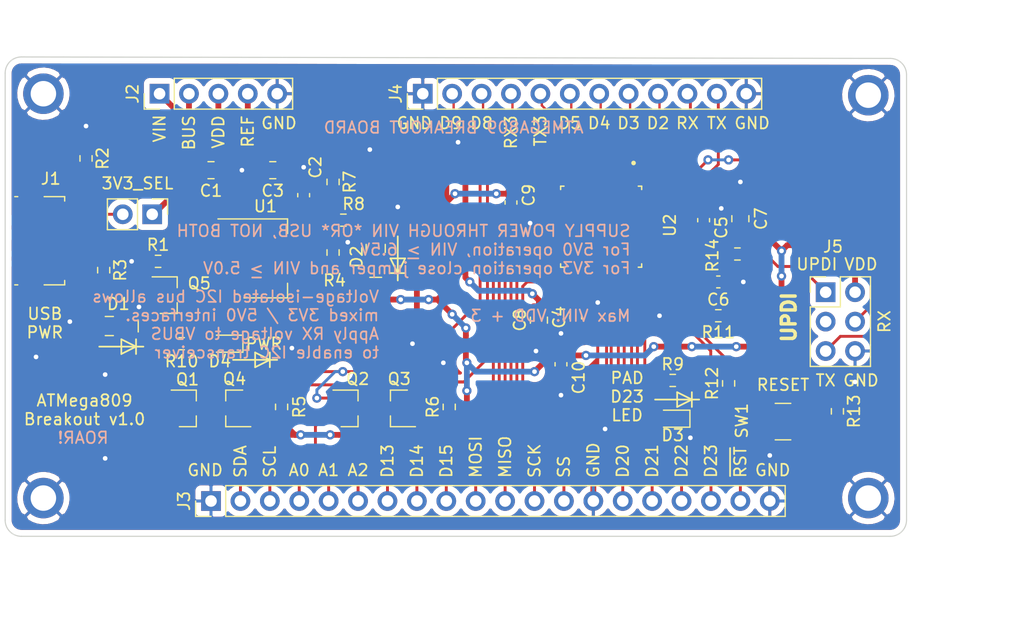
<source format=kicad_pcb>
(kicad_pcb (version 20171130) (host pcbnew "(5.1.12)-1")
  (layers (0 F.Cu signal) (31 B.Cu signal) (34 B.Paste user) (35 F.Paste user) (36 B.SilkS user hide) (37 F.SilkS user) (38 B.Mask user) (39 F.Mask user) (44 Edge.Cuts user))
  (net 0 "")
  (net 1 GND)
  (net 2 VIN)
  (net 3 /VREG_OUT)
  (net 4 VDD)
  (net 5 /VREF)
  (net 6 /VUSB)
  (net 7 "Net-(D4-Pad2)")
  (net 8 "Net-(J1-Pad2)")
  (net 9 "Net-(J1-Pad3)")
  (net 10 "Net-(J1-Pad4)")
  (net 11 /TX)
  (net 12 /RX)
  (net 13 /D2)
  (net 14 /D3)
  (net 15 /D4)
  (net 16 /D5)
  (net 17 /TX3)
  (net 18 /RX3)
  (net 19 /D8)
  (net 20 /D9)
  (net 21 /A0)
  (net 22 /A1)
  (net 23 VBUS)
  (net 24 /D23)
  (net 25 /D22)
  (net 26 /D21)
  (net 27 /D20)
  (net 28 /SS)
  (net 29 /SCK)
  (net 30 /MISO)
  (net 31 /MOSI)
  (net 32 /D15)
  (net 33 /D14)
  (net 34 /D13)
  (net 35 /A2)
  (net 36 /SCL)
  (net 37 /SDA)
  (net 38 /3V3SELECT)
  (net 39 "Net-(Q1-Pad3)")
  (net 40 "Net-(Q2-Pad3)")
  (net 41 /SCL_MCU)
  (net 42 /SDA_MCU)
  (net 43 "Net-(Q5-Pad3)")
  (net 44 "Net-(Q5-Pad1)")
  (net 45 "Net-(U2-Pad1)")
  (net 46 "Net-(U2-Pad6)")
  (net 47 "Net-(U2-Pad7)")
  (net 48 "Net-(U2-Pad8)")
  (net 49 "Net-(U2-Pad9)")
  (net 50 "Net-(U2-Pad16)")
  (net 51 "Net-(U2-Pad17)")
  (net 52 "Net-(U2-Pad18)")
  (net 53 "Net-(U2-Pad19)")
  (net 54 "Net-(U2-Pad26)")
  (net 55 "Net-(U2-Pad38)")
  (net 56 "Net-(U2-Pad39)")
  (net 57 "Net-(U2-Pad48)")
  (net 58 /LINADJ)
  (net 59 "Net-(D3-Pad2)")
  (net 60 "Net-(J5-Pad3)")
  (net 61 UPDI)
  (net 62 /UPDI_MCU)
  (net 63 /RESET_MCU_L)
  (net 64 RESET_L)
  (net 65 "Net-(R13-Pad2)")
  (module Resistor_SMD:R_0603_1608Metric (layer F.Cu) (at 172.212 62.992 270)
    (fp_text reference R13 (at 0 -1.43 90) (layer F.SilkS))
    (fp_text value 1K0)
    (pad 2 smd roundrect (at 0.825 0 270) (size 0.8 0.95) (layers F.Cu F.Paste F.Mask) (net 65 "Net-(R13-Pad2)"))
    (pad 1 smd roundrect (at -0.825 0 270) (size 0.8 0.95) (layers F.Cu F.Paste F.Mask) (net 1 GND))
  )
  (module Capacitor_SMD:C_0603_1608Metric (layer F.Cu) (at 148.336 58.928 90)
    (fp_text reference C10 (at -1.143 1.524 90) (layer F.SilkS))
    (fp_text value 100n)
    (pad 2 smd roundrect (at 0.775 0 90) (size 0.9 0.95) (layers F.Cu F.Paste F.Mask) (net 4 VDD))
    (pad 1 smd roundrect (at -0.775 0 90) (size 0.9 0.95) (layers F.Cu F.Paste F.Mask) (net 1 GND))
  )
  (module Resistor_SMD:R_0603_1608Metric (layer F.Cu) (at 163.576 49.403)
    (fp_text reference R14 (at -2.159 0.127 90) (layer F.SilkS))
    (fp_text value 470R)
    (pad 2 smd roundrect (at 0.825 0) (size 0.8 0.95) (layers F.Cu F.Paste F.Mask) (net 61 UPDI))
    (pad 1 smd roundrect (at -0.825 0) (size 0.8 0.95) (layers F.Cu F.Paste F.Mask) (net 62 /UPDI_MCU))
  )
  (module Resistor_SMD:R_0603_1608Metric (layer F.Cu) (at 162.814 60.579 90)
    (fp_text reference R12 (at 0 -1.43 90) (layer F.SilkS))
    (fp_text value 1K0)
    (pad 2 smd roundrect (at 0.825 0 90) (size 0.8 0.95) (layers F.Cu F.Paste F.Mask) (net 63 /RESET_MCU_L))
    (pad 1 smd roundrect (at -0.825 0 90) (size 0.8 0.95) (layers F.Cu F.Paste F.Mask) (net 64 RESET_L))
  )
  (module aaron-imported-parts:USB_Micro-B_Molex_47346-1001 (layer F.Cu) (at 103.759 48.26 270)
    (fp_text reference J1 (at -5.3594 -0.508) (layer F.SilkS))
    (fp_text value USB_B_Micro)
    (pad 6 smd rect (at 1.55 1.2 270) (size 1 1.9) (layers F.Cu F.Paste F.Mask) (net 1 GND))
    (pad 6 smd rect (at -1.15 1.2 270) (size 1.8 1.9) (layers F.Cu F.Paste F.Mask) (net 1 GND))
    (pad 6 smd rect (at 3.375 1.2 270) (size 1.65 1.3) (layers F.Cu F.Paste F.Mask) (net 1 GND))
    (pad 6 smd rect (at -3.375 1.2 270) (size 1.65 1.3) (layers F.Cu F.Paste F.Mask) (net 1 GND))
    (pad 6 smd rect (at 2.4875 -1.375 270) (size 1.425 1.55) (layers F.Cu F.Paste F.Mask) (net 1 GND))
    (pad 6 smd rect (at -2.4875 -1.375 270) (size 1.425 1.55) (layers F.Cu F.Paste F.Mask) (net 1 GND))
    (pad 5 smd rect (at 1.3 -1.46 270) (size 0.45 1.38) (layers F.Cu F.Paste F.Mask) (net 1 GND))
    (pad 4 smd rect (at 0.65 -1.46 270) (size 0.45 1.38) (layers F.Cu F.Paste F.Mask) (net 10 "Net-(J1-Pad4)"))
    (pad 3 smd rect (at 0 -1.46 270) (size 0.45 1.38) (layers F.Cu F.Paste F.Mask) (net 9 "Net-(J1-Pad3)"))
    (pad 2 smd rect (at -0.65 -1.46 270) (size 0.45 1.38) (layers F.Cu F.Paste F.Mask) (net 8 "Net-(J1-Pad2)"))
    (pad 1 smd rect (at -1.3 -1.46 270) (size 0.45 1.38) (layers F.Cu F.Paste F.Mask) (net 6 /VUSB))
  )
  (module aaron-imported-parts:CUHS20S30_H3F (layer F.Cu) (at 132.334 49.7062 90)
    (fp_text reference D2 (at 0.0492 -1.651 90) (layer F.SilkS))
    (fp_text value CUHS20S30)
    (pad 2 smd rect (at 1.1922 0 90) (size 0.708 0.8636) (layers F.Cu F.Paste F.Mask) (net 3 /VREG_OUT))
    (pad 1 smd rect (at -0.6461 0 90) (size 1.8002 1.0922) (layers F.Cu F.Paste F.Mask) (net 4 VDD))
  )
  (module aaron-imported-parts:CUHS20S30_H3F (layer F.Cu) (at 110.109 55.626 180)
    (fp_text reference D1 (at 0 1.905) (layer F.SilkS))
    (fp_text value CUHS20S30)
    (pad 2 smd rect (at 1.1922 0 180) (size 0.708 0.8636) (layers F.Cu F.Paste F.Mask) (net 6 /VUSB))
    (pad 1 smd rect (at -0.6461 0 180) (size 1.8002 1.0922) (layers F.Cu F.Paste F.Mask) (net 4 VDD))
  )
  (module Package_TO_SOT_SMD:SOT-223 (layer F.Cu) (at 122.809 49.784)
    (fp_text reference U1 (at 0 -4.5) (layer F.SilkS))
    (fp_text value NCP1117-ADJ_SOT223)
    (pad 1 smd rect (at -3.15 -2.3) (size 2 1.5) (layers F.Cu F.Paste F.Mask) (net 58 /LINADJ))
    (pad 3 smd rect (at -3.15 2.3) (size 2 1.5) (layers F.Cu F.Paste F.Mask) (net 2 VIN))
    (pad 2 smd rect (at -3.15 0) (size 2 1.5) (layers F.Cu F.Paste F.Mask) (net 3 /VREG_OUT))
    (pad 4 smd rect (at 3.15 0) (size 2 3.8) (layers F.Cu F.Paste F.Mask))
  )
  (module aaron-imported-parts:PTS820_J25K_SMTR_LFS (layer F.Cu) (at 167.513 63.881)
    (fp_text reference SW1 (at -3.556 -0.0762 270) (layer F.SilkS))
    (fp_text value RESET (at 0 -3.175) (layer F.SilkS))
    (pad 3 smd rect (at 1.575001 1.525001) (size 1.143 0.762) (layers F.Cu F.Paste F.Mask) (net 1 GND))
    (pad 3 smd rect (at -1.575001 1.525001) (size 1.143 0.762) (layers F.Cu F.Paste F.Mask) (net 1 GND))
    (pad 3 smd rect (at 1.575001 -1.525001) (size 1.143 0.762) (layers F.Cu F.Paste F.Mask) (net 1 GND))
    (pad 3 smd rect (at -1.575001 -1.525001) (size 1.143 0.762) (layers F.Cu F.Paste F.Mask) (net 1 GND))
    (pad 2 smd rect (at 2.075 0) (size 0.9398 1.397) (layers F.Cu F.Paste F.Mask) (net 65 "Net-(R13-Pad2)"))
    (pad 1 smd rect (at -2.075 0) (size 0.9398 1.397) (layers F.Cu F.Paste F.Mask) (net 64 RESET_L))
  )
  (module Fiducial:Fiducial_1mm_Mask2mm (layer F.Cu) (at 156.718 51.943)
    (fp_text reference FID5 hide)
    (fp_text value Fiducial)
    (pad "" smd circle (at 0 0) (size 1 1) (layers F.Cu F.Mask) (clearance 0.5))
  )
  (module Fiducial:Fiducial_1mm_Mask2mm (layer F.Cu) (at 146.939 42.164)
    (fp_text reference FID4 hide)
    (fp_text value Fiducial)
    (pad "" smd circle (at 0 0) (size 1 1) (layers F.Cu F.Mask) (clearance 0.5))
  )
  (module Fiducial:Fiducial_1mm_Mask2mm (layer F.Cu) (at 109.347 70.739)
    (fp_text reference FID3 hide)
    (fp_text value Fiducial)
    (pad "" smd circle (at 0 0) (size 1 1) (layers F.Cu F.Mask) (clearance 0.5))
  )
  (module Fiducial:Fiducial_1mm_Mask2mm (layer F.Cu) (at 169.799 70.739)
    (fp_text reference FID2 hide)
    (fp_text value Fiducial)
    (pad "" smd circle (at 0 0) (size 1 1) (layers F.Cu F.Mask) (clearance 0.5))
  )
  (module Fiducial:Fiducial_1mm_Mask2mm (layer F.Cu) (at 169.799 35.56)
    (fp_text reference FID1 hide)
    (fp_text value Fiducial)
    (pad "" smd circle (at 0 0) (size 1 1) (layers F.Cu F.Mask) (clearance 0.5))
  )
  (module Connector_PinHeader_2.54mm:PinHeader_1x12_P2.54mm_Vertical (layer F.Cu) (at 136.398 35.56 90)
    (fp_text reference J4 (at 0 -2.33 90) (layer F.SilkS))
    (fp_text value Conn_01x12)
    (pad 12 thru_hole oval (at 0 27.94 90) (size 1.7 1.7) (drill 1) (layers *.Cu *.Mask) (net 1 GND))
    (pad 11 thru_hole oval (at 0 25.4 90) (size 1.7 1.7) (drill 1) (layers *.Cu *.Mask) (net 11 /TX))
    (pad 10 thru_hole oval (at 0 22.86 90) (size 1.7 1.7) (drill 1) (layers *.Cu *.Mask) (net 12 /RX))
    (pad 9 thru_hole oval (at 0 20.32 90) (size 1.7 1.7) (drill 1) (layers *.Cu *.Mask) (net 13 /D2))
    (pad 8 thru_hole oval (at 0 17.78 90) (size 1.7 1.7) (drill 1) (layers *.Cu *.Mask) (net 14 /D3))
    (pad 7 thru_hole oval (at 0 15.24 90) (size 1.7 1.7) (drill 1) (layers *.Cu *.Mask) (net 15 /D4))
    (pad 6 thru_hole oval (at 0 12.7 90) (size 1.7 1.7) (drill 1) (layers *.Cu *.Mask) (net 16 /D5))
    (pad 5 thru_hole oval (at 0 10.16 90) (size 1.7 1.7) (drill 1) (layers *.Cu *.Mask) (net 17 /TX3))
    (pad 4 thru_hole oval (at 0 7.62 90) (size 1.7 1.7) (drill 1) (layers *.Cu *.Mask) (net 18 /RX3))
    (pad 3 thru_hole oval (at 0 5.08 90) (size 1.7 1.7) (drill 1) (layers *.Cu *.Mask) (net 19 /D8))
    (pad 2 thru_hole oval (at 0 2.54 90) (size 1.7 1.7) (drill 1) (layers *.Cu *.Mask) (net 20 /D9))
    (pad 1 thru_hole rect (at 0 0 90) (size 1.7 1.7) (drill 1) (layers *.Cu *.Mask) (net 1 GND))
  )
  (module Connector_PinHeader_2.54mm:PinHeader_1x20_P2.54mm_Vertical (layer F.Cu) (at 118.11 70.739 90)
    (fp_text reference J3 (at 0 -2.33 90) (layer F.SilkS))
    (fp_text value Conn_01x20)
    (pad 20 thru_hole oval (at 0 48.26 90) (size 1.7 1.7) (drill 1) (layers *.Cu *.Mask) (net 1 GND))
    (pad 19 thru_hole oval (at 0 45.72 90) (size 1.7 1.7) (drill 1) (layers *.Cu *.Mask) (net 64 RESET_L))
    (pad 18 thru_hole oval (at 0 43.18 90) (size 1.7 1.7) (drill 1) (layers *.Cu *.Mask) (net 24 /D23))
    (pad 17 thru_hole oval (at 0 40.64 90) (size 1.7 1.7) (drill 1) (layers *.Cu *.Mask) (net 25 /D22))
    (pad 16 thru_hole oval (at 0 38.1 90) (size 1.7 1.7) (drill 1) (layers *.Cu *.Mask) (net 26 /D21))
    (pad 15 thru_hole oval (at 0 35.56 90) (size 1.7 1.7) (drill 1) (layers *.Cu *.Mask) (net 27 /D20))
    (pad 14 thru_hole oval (at 0 33.02 90) (size 1.7 1.7) (drill 1) (layers *.Cu *.Mask) (net 1 GND))
    (pad 13 thru_hole oval (at 0 30.48 90) (size 1.7 1.7) (drill 1) (layers *.Cu *.Mask) (net 28 /SS))
    (pad 12 thru_hole oval (at 0 27.94 90) (size 1.7 1.7) (drill 1) (layers *.Cu *.Mask) (net 29 /SCK))
    (pad 11 thru_hole oval (at 0 25.4 90) (size 1.7 1.7) (drill 1) (layers *.Cu *.Mask) (net 30 /MISO))
    (pad 10 thru_hole oval (at 0 22.86 90) (size 1.7 1.7) (drill 1) (layers *.Cu *.Mask) (net 31 /MOSI))
    (pad 9 thru_hole oval (at 0 20.32 90) (size 1.7 1.7) (drill 1) (layers *.Cu *.Mask) (net 32 /D15))
    (pad 8 thru_hole oval (at 0 17.78 90) (size 1.7 1.7) (drill 1) (layers *.Cu *.Mask) (net 33 /D14))
    (pad 7 thru_hole oval (at 0 15.24 90) (size 1.7 1.7) (drill 1) (layers *.Cu *.Mask) (net 34 /D13))
    (pad 6 thru_hole oval (at 0 12.7 90) (size 1.7 1.7) (drill 1) (layers *.Cu *.Mask) (net 35 /A2))
    (pad 5 thru_hole oval (at 0 10.16 90) (size 1.7 1.7) (drill 1) (layers *.Cu *.Mask) (net 22 /A1))
    (pad 4 thru_hole oval (at 0 7.62 90) (size 1.7 1.7) (drill 1) (layers *.Cu *.Mask) (net 21 /A0))
    (pad 3 thru_hole oval (at 0 5.08 90) (size 1.7 1.7) (drill 1) (layers *.Cu *.Mask) (net 36 /SCL))
    (pad 2 thru_hole oval (at 0 2.54 90) (size 1.7 1.7) (drill 1) (layers *.Cu *.Mask) (net 37 /SDA))
    (pad 1 thru_hole rect (at 0 0 90) (size 1.7 1.7) (drill 1) (layers *.Cu *.Mask) (net 1 GND))
  )
  (module Capacitor_SMD:C_0603_1608Metric (layer F.Cu) (at 126.111 44.323 270)
    (fp_text reference C2 (at -2.413 -1.016 90) (layer F.SilkS))
    (fp_text value 100n)
    (pad 2 smd roundrect (at 0.775 0 270) (size 0.9 0.95) (layers F.Cu F.Paste F.Mask) (net 58 /LINADJ))
    (pad 1 smd roundrect (at -0.775 0 270) (size 0.9 0.95) (layers F.Cu F.Paste F.Mask) (net 1 GND))
  )
  (module Connector_PinHeader_2.54mm:PinHeader_1x05_P2.54mm_Vertical (layer F.Cu) (at 113.665 35.56 90)
    (fp_text reference J2 (at 0 -2.33 90) (layer F.SilkS))
    (fp_text value Conn_01x05)
    (pad 5 thru_hole oval (at 0 10.16 90) (size 1.7 1.7) (drill 1) (layers *.Cu *.Mask) (net 1 GND))
    (pad 4 thru_hole oval (at 0 7.62 90) (size 1.7 1.7) (drill 1) (layers *.Cu *.Mask) (net 5 /VREF))
    (pad 3 thru_hole oval (at 0 5.08 90) (size 1.7 1.7) (drill 1) (layers *.Cu *.Mask) (net 4 VDD))
    (pad 2 thru_hole oval (at 0 2.54 90) (size 1.7 1.7) (drill 1) (layers *.Cu *.Mask) (net 23 VBUS))
    (pad 1 thru_hole rect (at 0 0 90) (size 1.7 1.7) (drill 1) (layers *.Cu *.Mask) (net 2 VIN))
  )
  (module Resistor_SMD:R_0603_1608Metric (layer F.Cu) (at 157.988 60.325 180)
    (fp_text reference R9 (at 0 1.397) (layer F.SilkS))
    (fp_text value 470R)
    (pad 2 smd roundrect (at 0.825 0 180) (size 0.8 0.95) (layers F.Cu F.Paste F.Mask) (net 59 "Net-(D3-Pad2)"))
    (pad 1 smd roundrect (at -0.825 0 180) (size 0.8 0.95) (layers F.Cu F.Paste F.Mask) (net 24 /D23))
  )
  (module MountingHole:MountingHole_2.2mm_M2_ISO7380_Pad (layer F.Cu) (at 103.632 35.56)
    (fp_text reference H4 hide)
    (fp_text value MountingHole_Pad)
    (pad 1 thru_hole circle (at 0 0) (size 3.5 3.5) (drill 2.2) (layers *.Cu *.Mask) (net 1 GND))
  )
  (module MountingHole:MountingHole_2.2mm_M2_ISO7380_Pad (layer F.Cu) (at 103.632 70.485)
    (fp_text reference H3 hide)
    (fp_text value MountingHole_Pad)
    (pad 1 thru_hole circle (at 0 0) (size 3.5 3.5) (drill 2.2) (layers *.Cu *.Mask) (net 1 GND))
  )
  (module MountingHole:MountingHole_2.2mm_M2_ISO7380_Pad (layer F.Cu) (at 174.879 70.485)
    (fp_text reference H2 hide)
    (fp_text value MountingHole_Pad)
    (pad 1 thru_hole circle (at 0 0) (size 3.5 3.5) (drill 2.2) (layers *.Cu *.Mask) (net 1 GND))
  )
  (module MountingHole:MountingHole_2.2mm_M2_ISO7380_Pad (layer F.Cu) (at 174.879 35.687)
    (fp_text reference H1 hide)
    (fp_text value MountingHole_Pad)
    (pad 1 thru_hole circle (at 0 0) (size 3.5 3.5) (drill 2.2) (layers *.Cu *.Mask) (net 1 GND))
  )
  (module Connector_PinHeader_2.54mm:PinHeader_2x03_P2.54mm_Vertical (layer F.Cu) (at 171.196 52.705)
    (fp_text reference J5 (at 0.635 -3.937) (layer F.SilkS))
    (fp_text value UPDI)
    (pad 6 thru_hole oval (at 2.54 5.08) (size 1.7 1.7) (drill 1) (layers *.Cu *.Mask) (net 1 GND))
    (pad 5 thru_hole oval (at 0 5.08) (size 1.7 1.7) (drill 1) (layers *.Cu *.Mask) (net 11 /TX))
    (pad 4 thru_hole oval (at 2.54 2.54) (size 1.7 1.7) (drill 1) (layers *.Cu *.Mask) (net 12 /RX))
    (pad 3 thru_hole oval (at 0 2.54) (size 1.7 1.7) (drill 1) (layers *.Cu *.Mask) (net 60 "Net-(J5-Pad3)"))
    (pad 2 thru_hole oval (at 2.54 0) (size 1.7 1.7) (drill 1) (layers *.Cu *.Mask) (net 4 VDD))
    (pad 1 thru_hole rect (at 0 0) (size 1.7 1.7) (drill 1) (layers *.Cu *.Mask) (net 61 UPDI))
  )
  (module aaron-imported-parts:Microchip-TQFP7x7-48 (layer F.Cu) (at 151.805 47.044 270)
    (fp_text reference U2 (at -0.125 -5.935 90) (layer F.SilkS))
    (fp_text value ATMEGA809-AF)
    (pad 1 smd roundrect (at -4.17 -2.75 270) (size 1.47 0.28) (layers F.Cu F.Paste F.Mask) (roundrect_rratio 0.07000000000000001) (net 45 "Net-(U2-Pad1)"))
    (pad 2 smd roundrect (at -4.17 -2.25 270) (size 1.47 0.28) (layers F.Cu F.Paste F.Mask) (roundrect_rratio 0.07000000000000001) (net 15 /D4))
    (pad 3 smd roundrect (at -4.17 -1.75 270) (size 1.47 0.28) (layers F.Cu F.Paste F.Mask) (roundrect_rratio 0.07000000000000001) (net 16 /D5))
    (pad 4 smd roundrect (at -4.17 -1.25 270) (size 1.47 0.28) (layers F.Cu F.Paste F.Mask) (roundrect_rratio 0.07000000000000001) (net 17 /TX3))
    (pad 5 smd roundrect (at -4.17 -0.75 270) (size 1.47 0.28) (layers F.Cu F.Paste F.Mask) (roundrect_rratio 0.07000000000000001) (net 18 /RX3))
    (pad 6 smd roundrect (at -4.17 -0.25 270) (size 1.47 0.28) (layers F.Cu F.Paste F.Mask) (roundrect_rratio 0.07000000000000001) (net 46 "Net-(U2-Pad6)"))
    (pad 7 smd roundrect (at -4.17 0.25 270) (size 1.47 0.28) (layers F.Cu F.Paste F.Mask) (roundrect_rratio 0.07000000000000001) (net 47 "Net-(U2-Pad7)"))
    (pad 8 smd roundrect (at -4.17 0.75 270) (size 1.47 0.28) (layers F.Cu F.Paste F.Mask) (roundrect_rratio 0.07000000000000001) (net 48 "Net-(U2-Pad8)"))
    (pad 9 smd roundrect (at -4.17 1.25 270) (size 1.47 0.28) (layers F.Cu F.Paste F.Mask) (roundrect_rratio 0.07000000000000001) (net 49 "Net-(U2-Pad9)"))
    (pad 10 smd roundrect (at -4.17 1.75 270) (size 1.47 0.28) (layers F.Cu F.Paste F.Mask) (roundrect_rratio 0.07000000000000001) (net 19 /D8))
    (pad 11 smd roundrect (at -4.17 2.25 270) (size 1.47 0.28) (layers F.Cu F.Paste F.Mask) (roundrect_rratio 0.07000000000000001) (net 20 /D9))
    (pad 12 smd roundrect (at -4.17 2.75 270) (size 1.47 0.28) (layers F.Cu F.Paste F.Mask) (roundrect_rratio 0.07000000000000001) (net 42 /SDA_MCU))
    (pad 13 smd roundrect (at -2.75 4.17) (size 1.47 0.28) (layers F.Cu F.Paste F.Mask) (roundrect_rratio 0.07000000000000001) (net 41 /SCL_MCU))
    (pad 14 smd roundrect (at -2.25 4.17) (size 1.47 0.28) (layers F.Cu F.Paste F.Mask) (roundrect_rratio 0.07000000000000001) (net 4 VDD))
    (pad 15 smd roundrect (at -1.75 4.17) (size 1.47 0.28) (layers F.Cu F.Paste F.Mask) (roundrect_rratio 0.07000000000000001) (net 1 GND))
    (pad 16 smd roundrect (at -1.25 4.17) (size 1.47 0.28) (layers F.Cu F.Paste F.Mask) (roundrect_rratio 0.07000000000000001) (net 50 "Net-(U2-Pad16)"))
    (pad 17 smd roundrect (at -0.75 4.17) (size 1.47 0.28) (layers F.Cu F.Paste F.Mask) (roundrect_rratio 0.07000000000000001) (net 51 "Net-(U2-Pad17)"))
    (pad 18 smd roundrect (at -0.25 4.17) (size 1.47 0.28) (layers F.Cu F.Paste F.Mask) (roundrect_rratio 0.07000000000000001) (net 52 "Net-(U2-Pad18)"))
    (pad 19 smd roundrect (at 0.25 4.17) (size 1.47 0.28) (layers F.Cu F.Paste F.Mask) (roundrect_rratio 0.07000000000000001) (net 53 "Net-(U2-Pad19)"))
    (pad 20 smd roundrect (at 0.75 4.17) (size 1.47 0.28) (layers F.Cu F.Paste F.Mask) (roundrect_rratio 0.07000000000000001) (net 21 /A0))
    (pad 21 smd roundrect (at 1.25 4.17) (size 1.47 0.28) (layers F.Cu F.Paste F.Mask) (roundrect_rratio 0.07000000000000001) (net 22 /A1))
    (pad 22 smd roundrect (at 1.75 4.17) (size 1.47 0.28) (layers F.Cu F.Paste F.Mask) (roundrect_rratio 0.07000000000000001) (net 35 /A2))
    (pad 23 smd roundrect (at 2.25 4.17) (size 1.47 0.28) (layers F.Cu F.Paste F.Mask) (roundrect_rratio 0.07000000000000001) (net 34 /D13))
    (pad 24 smd roundrect (at 2.75 4.17) (size 1.47 0.28) (layers F.Cu F.Paste F.Mask) (roundrect_rratio 0.07000000000000001) (net 33 /D14))
    (pad 25 smd roundrect (at 4.17 2.75 90) (size 1.47 0.28) (layers F.Cu F.Paste F.Mask) (roundrect_rratio 0.07000000000000001) (net 32 /D15))
    (pad 26 smd roundrect (at 4.17 2.25 90) (size 1.47 0.28) (layers F.Cu F.Paste F.Mask) (roundrect_rratio 0.07000000000000001) (net 54 "Net-(U2-Pad26)"))
    (pad 27 smd roundrect (at 4.17 1.75 90) (size 1.47 0.28) (layers F.Cu F.Paste F.Mask) (roundrect_rratio 0.07000000000000001) (net 5 /VREF))
    (pad 28 smd roundrect (at 4.17 1.25 90) (size 1.47 0.28) (layers F.Cu F.Paste F.Mask) (roundrect_rratio 0.07000000000000001) (net 4 VDD))
    (pad 29 smd roundrect (at 4.17 0.75 90) (size 1.47 0.28) (layers F.Cu F.Paste F.Mask) (roundrect_rratio 0.07000000000000001) (net 1 GND))
    (pad 30 smd roundrect (at 4.17 0.25 90) (size 1.47 0.28) (layers F.Cu F.Paste F.Mask) (roundrect_rratio 0.07000000000000001) (net 31 /MOSI))
    (pad 31 smd roundrect (at 4.17 -0.25 90) (size 1.47 0.28) (layers F.Cu F.Paste F.Mask) (roundrect_rratio 0.07000000000000001) (net 30 /MISO))
    (pad 32 smd roundrect (at 4.17 -0.75 90) (size 1.47 0.28) (layers F.Cu F.Paste F.Mask) (roundrect_rratio 0.07000000000000001) (net 29 /SCK))
    (pad 33 smd roundrect (at 4.17 -1.25 90) (size 1.47 0.28) (layers F.Cu F.Paste F.Mask) (roundrect_rratio 0.07000000000000001) (net 28 /SS))
    (pad 34 smd roundrect (at 4.17 -1.75 90) (size 1.47 0.28) (layers F.Cu F.Paste F.Mask) (roundrect_rratio 0.07000000000000001) (net 27 /D20))
    (pad 35 smd roundrect (at 4.17 -2.25 90) (size 1.47 0.28) (layers F.Cu F.Paste F.Mask) (roundrect_rratio 0.07000000000000001) (net 26 /D21))
    (pad 36 smd roundrect (at 4.17 -2.75 90) (size 1.47 0.28) (layers F.Cu F.Paste F.Mask) (roundrect_rratio 0.07000000000000001) (net 25 /D22))
    (pad 37 smd roundrect (at 2.75 -4.17 180) (size 1.47 0.28) (layers F.Cu F.Paste F.Mask) (roundrect_rratio 0.07000000000000001) (net 24 /D23))
    (pad 38 smd roundrect (at 2.25 -4.17 180) (size 1.47 0.28) (layers F.Cu F.Paste F.Mask) (roundrect_rratio 0.07000000000000001) (net 55 "Net-(U2-Pad38)"))
    (pad 39 smd roundrect (at 1.75 -4.17 180) (size 1.47 0.28) (layers F.Cu F.Paste F.Mask) (roundrect_rratio 0.07000000000000001) (net 56 "Net-(U2-Pad39)"))
    (pad 40 smd roundrect (at 1.25 -4.17 180) (size 1.47 0.28) (layers F.Cu F.Paste F.Mask) (roundrect_rratio 0.07000000000000001) (net 63 /RESET_MCU_L))
    (pad 41 smd roundrect (at 0.75 -4.17 180) (size 1.47 0.28) (layers F.Cu F.Paste F.Mask) (roundrect_rratio 0.07000000000000001) (net 62 /UPDI_MCU))
    (pad 42 smd roundrect (at 0.25 -4.17 180) (size 1.47 0.28) (layers F.Cu F.Paste F.Mask) (roundrect_rratio 0.07000000000000001) (net 4 VDD))
    (pad 43 smd roundrect (at -0.25 -4.17 180) (size 1.47 0.28) (layers F.Cu F.Paste F.Mask) (roundrect_rratio 0.07000000000000001) (net 1 GND))
    (pad 44 smd roundrect (at -0.75 -4.17 180) (size 1.47 0.28) (layers F.Cu F.Paste F.Mask) (roundrect_rratio 0.07000000000000001) (net 11 /TX))
    (pad 45 smd roundrect (at -1.25 -4.17 180) (size 1.47 0.28) (layers F.Cu F.Paste F.Mask) (roundrect_rratio 0.07000000000000001) (net 12 /RX))
    (pad 46 smd roundrect (at -1.75 -4.17 180) (size 1.47 0.28) (layers F.Cu F.Paste F.Mask) (roundrect_rratio 0.07000000000000001) (net 13 /D2))
    (pad 47 smd roundrect (at -2.25 -4.17 180) (size 1.47 0.28) (layers F.Cu F.Paste F.Mask) (roundrect_rratio 0.07000000000000001) (net 14 /D3))
    (pad 48 smd roundrect (at -2.75 -4.17 180) (size 1.47 0.28) (layers F.Cu F.Paste F.Mask) (roundrect_rratio 0.07000000000000001) (net 57 "Net-(U2-Pad48)"))
  )
  (module Resistor_SMD:R_0603_1608Metric (layer F.Cu) (at 161.925 54.737 180)
    (fp_text reference R11 (at 0 -1.43) (layer F.SilkS))
    (fp_text value 100K)
    (pad 2 smd roundrect (at 0.825 0 180) (size 0.8 0.95) (layers F.Cu F.Paste F.Mask) (net 63 /RESET_MCU_L))
    (pad 1 smd roundrect (at -0.825 0 180) (size 0.8 0.95) (layers F.Cu F.Paste F.Mask) (net 4 VDD))
  )
  (module Resistor_SMD:R_0603_1608Metric (layer F.Cu) (at 115.57 57.15)
    (fp_text reference R10 (at 0 1.524) (layer F.SilkS))
    (fp_text value 470R)
    (pad 2 smd roundrect (at 0.825 0) (size 0.8 0.95) (layers F.Cu F.Paste F.Mask) (net 7 "Net-(D4-Pad2)"))
    (pad 1 smd roundrect (at -0.825 0) (size 0.8 0.95) (layers F.Cu F.Paste F.Mask) (net 4 VDD))
  )
  (module Resistor_SMD:R_0603_1608Metric (layer F.Cu) (at 129.54 46.482)
    (fp_text reference R8 (at 0.889 -1.397) (layer F.SilkS))
    (fp_text value 390R)
    (pad 2 smd roundrect (at 0.825 0) (size 0.8 0.95) (layers F.Cu F.Paste F.Mask) (net 1 GND))
    (pad 1 smd roundrect (at -0.825 0) (size 0.8 0.95) (layers F.Cu F.Paste F.Mask) (net 58 /LINADJ))
  )
  (module Resistor_SMD:R_0603_1608Metric (layer F.Cu) (at 128.651 43.18 270)
    (fp_text reference R7 (at 0 -1.43 90) (layer F.SilkS))
    (fp_text value 120R)
    (pad 2 smd roundrect (at 0.825 0 270) (size 0.8 0.95) (layers F.Cu F.Paste F.Mask) (net 58 /LINADJ))
    (pad 1 smd roundrect (at -0.825 0 270) (size 0.8 0.95) (layers F.Cu F.Paste F.Mask) (net 3 /VREG_OUT))
  )
  (module Resistor_SMD:R_0603_1608Metric (layer F.Cu) (at 138.684 62.611 90)
    (fp_text reference R6 (at 0 -1.43 90) (layer F.SilkS))
    (fp_text value 4K7)
    (pad 2 smd roundrect (at 0.825 0 90) (size 0.8 0.95) (layers F.Cu F.Paste F.Mask) (net 41 /SCL_MCU))
    (pad 1 smd roundrect (at -0.825 0 90) (size 0.8 0.95) (layers F.Cu F.Paste F.Mask) (net 4 VDD))
  )
  (module Resistor_SMD:R_0603_1608Metric (layer F.Cu) (at 124.206 62.611 90)
    (fp_text reference R5 (at 0 1.524 90) (layer F.SilkS))
    (fp_text value 4K7)
    (pad 2 smd roundrect (at 0.825 0 90) (size 0.8 0.95) (layers F.Cu F.Paste F.Mask) (net 42 /SDA_MCU))
    (pad 1 smd roundrect (at -0.825 0 90) (size 0.8 0.95) (layers F.Cu F.Paste F.Mask) (net 4 VDD))
  )
  (module Resistor_SMD:R_0603_1608Metric (layer F.Cu) (at 128.651 49.276 270)
    (fp_text reference R4 (at 2.413 -0.127 180) (layer F.SilkS))
    (fp_text value 560R)
    (pad 2 smd roundrect (at 0.825 0 270) (size 0.8 0.95) (layers F.Cu F.Paste F.Mask) (net 43 "Net-(Q5-Pad3)"))
    (pad 1 smd roundrect (at -0.825 0 270) (size 0.8 0.95) (layers F.Cu F.Paste F.Mask) (net 58 /LINADJ))
  )
  (module Resistor_SMD:R_0603_1608Metric (layer F.Cu) (at 108.839 50.8 270)
    (fp_text reference R3 (at 0 -1.43 90) (layer F.SilkS))
    (fp_text value 1K0)
    (pad 2 smd roundrect (at 0.825 0 270) (size 0.8 0.95) (layers F.Cu F.Paste F.Mask) (net 44 "Net-(Q5-Pad1)"))
    (pad 1 smd roundrect (at -0.825 0 270) (size 0.8 0.95) (layers F.Cu F.Paste F.Mask) (net 38 /3V3SELECT))
  )
  (module Resistor_SMD:R_0603_1608Metric (layer F.Cu) (at 107.315 41.148 270)
    (fp_text reference R2 (at 0 -1.43 90) (layer F.SilkS))
    (fp_text value 100K)
    (pad 2 smd roundrect (at 0.825 0 270) (size 0.8 0.95) (layers F.Cu F.Paste F.Mask) (net 38 /3V3SELECT))
    (pad 1 smd roundrect (at -0.825 0 270) (size 0.8 0.95) (layers F.Cu F.Paste F.Mask) (net 1 GND))
  )
  (module Resistor_SMD:R_0603_1608Metric (layer F.Cu) (at 113.538 50.038)
    (fp_text reference R1 (at 0 -1.43) (layer F.SilkS))
    (fp_text value 100K)
    (pad 2 smd roundrect (at 0.825 0) (size 0.8 0.95) (layers F.Cu F.Paste F.Mask) (net 2 VIN))
    (pad 1 smd roundrect (at -0.825 0) (size 0.8 0.95) (layers F.Cu F.Paste F.Mask) (net 1 GND))
  )
  (module Package_TO_SOT_SMD:SOT-23 (layer F.Cu) (at 114.427 52.959)
    (fp_text reference Q5 (at 2.667 -1.016) (layer F.SilkS))
    (fp_text value PJA3438-AU)
    (pad 3 smd rect (at 1 0) (size 0.9 0.8) (layers F.Cu F.Paste F.Mask) (net 43 "Net-(Q5-Pad3)"))
    (pad 2 smd rect (at -1 0.95) (size 0.9 0.8) (layers F.Cu F.Paste F.Mask) (net 1 GND))
    (pad 1 smd rect (at -1 -0.95) (size 0.9 0.8) (layers F.Cu F.Paste F.Mask) (net 44 "Net-(Q5-Pad1)"))
  )
  (module Package_TO_SOT_SMD:SOT-23 (layer F.Cu) (at 120.142 62.738 180)
    (fp_text reference Q4 (at 0 2.54) (layer F.SilkS))
    (fp_text value PJA3438-AU)
    (pad 3 smd rect (at 1 0 180) (size 0.9 0.8) (layers F.Cu F.Paste F.Mask) (net 39 "Net-(Q1-Pad3)"))
    (pad 2 smd rect (at -1 0.95 180) (size 0.9 0.8) (layers F.Cu F.Paste F.Mask) (net 42 /SDA_MCU))
    (pad 1 smd rect (at -1 -0.95 180) (size 0.9 0.8) (layers F.Cu F.Paste F.Mask) (net 4 VDD))
  )
  (module Package_TO_SOT_SMD:SOT-23 (layer F.Cu) (at 134.366 62.738 180)
    (fp_text reference Q3 (at 0 2.54) (layer F.SilkS))
    (fp_text value PJA3438-AU)
    (pad 3 smd rect (at 1 0 180) (size 0.9 0.8) (layers F.Cu F.Paste F.Mask) (net 40 "Net-(Q2-Pad3)"))
    (pad 2 smd rect (at -1 0.95 180) (size 0.9 0.8) (layers F.Cu F.Paste F.Mask) (net 41 /SCL_MCU))
    (pad 1 smd rect (at -1 -0.95 180) (size 0.9 0.8) (layers F.Cu F.Paste F.Mask) (net 4 VDD))
  )
  (module Package_TO_SOT_SMD:SOT-23 (layer F.Cu) (at 130.048 62.738)
    (fp_text reference Q2 (at 0.7366 -2.54) (layer F.SilkS))
    (fp_text value PJA3438-AU)
    (pad 3 smd rect (at 1 0) (size 0.9 0.8) (layers F.Cu F.Paste F.Mask) (net 40 "Net-(Q2-Pad3)"))
    (pad 2 smd rect (at -1 0.95) (size 0.9 0.8) (layers F.Cu F.Paste F.Mask) (net 36 /SCL))
    (pad 1 smd rect (at -1 -0.95) (size 0.9 0.8) (layers F.Cu F.Paste F.Mask) (net 23 VBUS))
  )
  (module Package_TO_SOT_SMD:SOT-23 (layer F.Cu) (at 116.078 62.738)
    (fp_text reference Q1 (at 0 -2.5) (layer F.SilkS))
    (fp_text value PJA3438-AU)
    (pad 3 smd rect (at 1 0) (size 0.9 0.8) (layers F.Cu F.Paste F.Mask) (net 39 "Net-(Q1-Pad3)"))
    (pad 2 smd rect (at -1 0.95) (size 0.9 0.8) (layers F.Cu F.Paste F.Mask) (net 37 /SDA))
    (pad 1 smd rect (at -1 -0.95) (size 0.9 0.8) (layers F.Cu F.Paste F.Mask) (net 23 VBUS))
  )
  (module Connector_PinHeader_2.54mm:PinHeader_1x02_P2.54mm_Vertical (layer F.Cu) (at 113.03 45.974 270)
    (fp_text reference JP1 hide)
    (fp_text value 3V3_SEL)
    (pad 2 thru_hole oval (at 0 2.54 270) (size 1.7 1.7) (drill 1) (layers *.Cu *.Mask) (net 38 /3V3SELECT))
    (pad 1 thru_hole rect (at 0 0 270) (size 1.7 1.7) (drill 1) (layers *.Cu *.Mask) (net 2 VIN))
  )
  (module Diode_SMD:D_0603_1608Metric (layer F.Cu) (at 119.38 57.15 180)
    (fp_text reference D4 (at 0.508 -1.524) (layer F.SilkS))
    (fp_text value LTST-C193KRKT-2A)
    (pad 2 smd roundrect (at 0.7875 0 180) (size 0.875 0.95) (layers F.Cu F.Paste F.Mask) (net 7 "Net-(D4-Pad2)"))
    (pad 1 smd roundrect (at -0.7875 0 180) (size 0.875 0.95) (layers F.Cu F.Paste F.Mask) (net 1 GND))
  )
  (module Diode_SMD:D_0603_1608Metric (layer F.Cu) (at 157.988 63.627 180)
    (fp_text reference D3 (at 0 -1.43) (layer F.SilkS))
    (fp_text value LTST-C193KRKT-2A)
    (pad 2 smd roundrect (at 0.7875 0 180) (size 0.875 0.95) (layers F.Cu F.Paste F.Mask) (net 59 "Net-(D3-Pad2)"))
    (pad 1 smd roundrect (at -0.7875 0 180) (size 0.875 0.95) (layers F.Cu F.Paste F.Mask) (net 1 GND))
  )
  (module Capacitor_SMD:C_0603_1608Metric (layer F.Cu) (at 144.018 44.958 90)
    (fp_text reference C9 (at 0.635 1.524 90) (layer F.SilkS))
    (fp_text value 100n)
    (pad 2 smd roundrect (at 0.775 0 90) (size 0.9 0.95) (layers F.Cu F.Paste F.Mask) (net 4 VDD))
    (pad 1 smd roundrect (at -0.775 0 90) (size 0.9 0.95) (layers F.Cu F.Paste F.Mask) (net 1 GND))
  )
  (module Capacitor_SMD:C_0603_1608Metric (layer F.Cu) (at 149.606 54.864 90)
    (fp_text reference C4 (at 0 -1.43 90) (layer F.SilkS))
    (fp_text value 100n)
    (pad 2 smd roundrect (at 0.775 0 90) (size 0.9 0.95) (layers F.Cu F.Paste F.Mask) (net 5 /VREF))
    (pad 1 smd roundrect (at -0.775 0 90) (size 0.9 0.95) (layers F.Cu F.Paste F.Mask) (net 1 GND))
  )
  (module Capacitor_SMD:C_0603_1608Metric (layer F.Cu) (at 160.655 46.482 270)
    (fp_text reference C5 (at 0.635 -1.524 90) (layer F.SilkS))
    (fp_text value 100n)
    (pad 2 smd roundrect (at 0.775 0 270) (size 0.9 0.95) (layers F.Cu F.Paste F.Mask) (net 4 VDD))
    (pad 1 smd roundrect (at -0.775 0 270) (size 0.9 0.95) (layers F.Cu F.Paste F.Mask) (net 1 GND))
  )
  (module Capacitor_SMD:C_0603_1608Metric (layer F.Cu) (at 161.925 51.816 180)
    (fp_text reference C6 (at 0 -1.524) (layer F.SilkS))
    (fp_text value 100n)
    (pad 2 smd roundrect (at 0.775 0 180) (size 0.9 0.95) (layers F.Cu F.Paste F.Mask) (net 63 /RESET_MCU_L))
    (pad 1 smd roundrect (at -0.775 0 180) (size 0.9 0.95) (layers F.Cu F.Paste F.Mask) (net 1 GND))
  )
  (module Capacitor_SMD:C_0805_2012Metric (layer F.Cu) (at 146.431 55.118 270)
    (fp_text reference C8 (at 0 1.651 90) (layer F.SilkS))
    (fp_text value 10u)
    (pad 2 smd roundrect (at 0.95 0 270) (size 1 1.45) (layers F.Cu F.Paste F.Mask) (net 1 GND))
    (pad 1 smd roundrect (at -0.95 0 270) (size 1 1.45) (layers F.Cu F.Paste F.Mask) (net 5 /VREF))
  )
  (module Capacitor_SMD:C_0805_2012Metric (layer F.Cu) (at 163.83 46.355 90)
    (fp_text reference C7 (at 0 1.778 90) (layer F.SilkS))
    (fp_text value 10u)
    (pad 2 smd roundrect (at 0.95 0 90) (size 1 1.45) (layers F.Cu F.Paste F.Mask) (net 1 GND))
    (pad 1 smd roundrect (at -0.95 0 90) (size 1 1.45) (layers F.Cu F.Paste F.Mask) (net 4 VDD))
  )
  (module Capacitor_SMD:C_0805_2012Metric (layer F.Cu) (at 123.444 42.164 180)
    (fp_text reference C3 (at 0 -1.778) (layer F.SilkS))
    (fp_text value 10u)
    (pad 1 smd roundrect (at -0.95 0 180) (size 1 1.45) (layers F.Cu F.Paste F.Mask) (net 3 /VREG_OUT))
    (pad 2 smd roundrect (at 0.95 0 180) (size 1 1.45) (layers F.Cu F.Paste F.Mask) (net 1 GND))
  )
  (module Capacitor_SMD:C_0805_2012Metric (layer F.Cu) (at 118.11 42.164)
    (fp_text reference C1 (at 0 1.778) (layer F.SilkS))
    (fp_text value 10u)
    (pad 1 smd roundrect (at -0.95 0) (size 1 1.45) (layers F.Cu F.Paste F.Mask) (net 2 VIN))
    (pad 2 smd roundrect (at 0.95 0) (size 1 1.45) (layers F.Cu F.Paste F.Mask) (net 1 GND))
  )
  (gr_line (start 162.941 68.58) (end 162.941 66.167) (layer F.SilkS) (width 0.15))
  (gr_text "Max VIN: VDD + 3" (at 154.432 54.737) (layer B.SilkS) (effects (font (size 1 1)) (justify left mirror)))
  (gr_text ROAR! (at 107.061 65.278) (layer B.SilkS) (effects (font (size 1 1)) (justify mirror)))
  (gr_text PWR (at 122.682 57.15) (layer F.SilkS) (effects (font (size 1 1))))
  (gr_line (start 121.92 59.182) (end 121.92 57.912) (layer F.SilkS) (width 0.15))
  (gr_line (start 123.19 58.547) (end 121.92 57.912) (layer F.SilkS) (width 0.15))
  (gr_line (start 123.19 58.547) (end 121.92 59.182) (layer F.SilkS) (width 0.15))
  (gr_line (start 123.19 59.182) (end 123.19 57.912) (layer F.SilkS) (width 0.15))
  (gr_line (start 120.015 58.547) (end 123.825 58.547) (layer F.SilkS) (width 0.15))
  (gr_arc (start 101.727 33.782) (end 100.33 33.782) (angle 90) (layer Edge.Cuts) (width 0.1))
  (gr_arc (start 101.727 72.39) (end 101.727 73.787) (angle 90) (layer Edge.Cuts) (width 0.1))
  (gr_arc (start 176.784 72.39) (end 178.181 72.39) (angle 90) (layer Edge.Cuts) (width 0.1))
  (gr_arc (start 176.784 33.909) (end 176.784 32.512) (angle 90) (layer Edge.Cuts) (width 0.1))
  (gr_text UPDI (at 170.434 50.292) (layer F.SilkS) (effects (font (size 1 1))))
  (gr_text "Voltage-isolated I2C bus allows\nmixed 3V3 / 5V0 interfaces.\nApply RX voltage to VBUS \nto enable I2C transceiver" (at 132.715 55.499) (layer B.SilkS) (effects (font (size 1 1)) (justify left mirror)))
  (gr_text "PAD\nD23\nLED" (at 154.051 61.722) (layer F.SilkS) (effects (font (size 1 1))))
  (gr_text GND (at 166.624 68.072) (layer F.SilkS) (effects (font (size 1 1))))
  (gr_text RST (at 163.83 68.834 90) (layer F.SilkS) (effects (font (size 1 1)) (justify left)))
  (gr_text D23 (at 161.29 68.834 90) (layer F.SilkS) (effects (font (size 1 1)) (justify left)))
  (gr_text D22 (at 158.75 68.834 90) (layer F.SilkS) (effects (font (size 1 1)) (justify left)))
  (gr_text D21 (at 156.21 68.834 90) (layer F.SilkS) (effects (font (size 1 1)) (justify left)))
  (gr_text D20 (at 153.67 68.834 90) (layer F.SilkS) (effects (font (size 1 1)) (justify left)))
  (gr_text GND (at 151.13 68.834 90) (layer F.SilkS) (effects (font (size 1 1)) (justify left)))
  (gr_text SS (at 148.59 68.834 90) (layer F.SilkS) (effects (font (size 1 1)) (justify left)))
  (gr_text SCK (at 146.05 68.834 90) (layer F.SilkS) (effects (font (size 1 1)) (justify left)))
  (gr_text MISO (at 143.51 68.834 90) (layer F.SilkS) (effects (font (size 1 1)) (justify left)))
  (gr_text MOSI (at 140.97 68.834 90) (layer F.SilkS) (effects (font (size 1 1)) (justify left)))
  (gr_text D15 (at 138.43 68.834 90) (layer F.SilkS) (effects (font (size 1 1)) (justify left)))
  (gr_text D14 (at 135.89 68.834 90) (layer F.SilkS) (effects (font (size 1 1)) (justify left)))
  (gr_text D13 (at 133.35 68.834 90) (layer F.SilkS) (effects (font (size 1 1)) (justify left)))
  (gr_text "A2\n" (at 130.81 68.072) (layer F.SilkS) (effects (font (size 1 1))))
  (gr_text A1 (at 128.27 68.072) (layer F.SilkS) (effects (font (size 1 1))))
  (gr_text A0 (at 125.73 68.072) (layer F.SilkS) (effects (font (size 1 1))))
  (gr_text SCL (at 123.19 68.834 90) (layer F.SilkS) (effects (font (size 1 1)) (justify left)))
  (gr_text SDA (at 120.65 68.834 90) (layer F.SilkS) (effects (font (size 1 1)) (justify left)))
  (gr_text GND (at 117.602 68.072) (layer F.SilkS) (effects (font (size 1 1))))
  (gr_text "ATMega809\nBreakout v1.0" (at 107.188 62.865) (layer F.SilkS) (effects (font (size 1 1))))
  (gr_text "ATMEGA809 BREAKOUT BOARD" (at 139.065 38.481) (layer B.SilkS) (effects (font (size 1 1)) (justify mirror)))
  (gr_line (start 122.428 51.435) (end 121.666 51.435) (layer B.SilkS) (width 0.15))
  (gr_line (start 136.017 49.784) (end 135.128 49.784) (layer B.SilkS) (width 0.15))
  (gr_text "SUPPLY POWER THROUGH VIN *OR* USB, NOT BOTH\nFor 5V0 operation, VIN > 6.5V\nFor 3V3 operation close jumper and VIN > 5.0V" (at 154.432 49.022) (layer B.SilkS) (effects (font (size 1 1)) (justify left mirror)))
  (gr_text "USB\nPWR" (at 103.759 55.372) (layer F.SilkS) (effects (font (size 1 1))))
  (gr_line (start 100.33 72.39) (end 100.33 33.782) (layer Edge.Cuts) (width 0.1))
  (gr_line (start 176.784 73.787) (end 101.727 73.787) (layer Edge.Cuts) (width 0.1))
  (gr_line (start 178.181 33.909) (end 178.181 72.39) (layer Edge.Cuts) (width 0.1))
  (gr_line (start 101.727 32.385) (end 176.784 32.512) (layer Edge.Cuts) (width 0.1))
  (gr_line (start 159.639 62.611) (end 159.639 61.341) (layer F.SilkS) (width 0.15))
  (gr_line (start 156.464 61.976) (end 160.274 61.976) (layer F.SilkS) (width 0.15))
  (gr_line (start 158.369 62.611) (end 158.369 61.341) (layer F.SilkS) (width 0.15))
  (gr_line (start 159.639 61.976) (end 158.369 61.341) (layer F.SilkS) (width 0.15))
  (gr_line (start 159.639 61.976) (end 158.369 62.611) (layer F.SilkS) (width 0.15))
  (gr_text "GND\n" (at 164.846 38.1) (layer F.SilkS) (effects (font (size 1 1))))
  (gr_text TX (at 161.798 38.1) (layer F.SilkS) (effects (font (size 1 1))))
  (gr_text RX (at 159.258 38.1) (layer F.SilkS) (effects (font (size 1 1))))
  (gr_text D2 (at 156.718 38.1) (layer F.SilkS) (effects (font (size 1 1))))
  (gr_text "D3\n" (at 154.178 38.1) (layer F.SilkS) (effects (font (size 1 1))))
  (gr_text D4 (at 151.638 38.1) (layer F.SilkS) (effects (font (size 1 1))))
  (gr_text D5 (at 149.098 38.1) (layer F.SilkS) (effects (font (size 1 1))))
  (gr_text GND (at 125.603 38.1) (layer F.SilkS) (effects (font (size 1 1)) (justify right)))
  (gr_text RX3 (at 144.018 37.338 90) (layer F.SilkS) (effects (font (size 1 1)) (justify right)))
  (gr_text TX3 (at 146.558 37.338 90) (layer F.SilkS) (effects (font (size 1 1)) (justify right)))
  (gr_text D8 (at 141.478 38.1) (layer F.SilkS) (effects (font (size 1 1))))
  (gr_text D9 (at 138.811 38.1) (layer F.SilkS) (effects (font (size 1 1))))
  (gr_text "3V3_SEL\n" (at 111.76 43.307) (layer F.SilkS) (effects (font (size 1 1))))
  (gr_text GND (at 137.287 38.1) (layer F.SilkS) (effects (font (size 1 1)) (justify right)))
  (gr_text REF (at 121.285 37.338 90) (layer F.SilkS) (effects (font (size 1 1)) (justify right)))
  (gr_text VDD (at 118.745 37.338 90) (layer F.SilkS) (effects (font (size 1 1)) (justify right)))
  (gr_text BUS (at 116.205 37.338 90) (layer F.SilkS) (effects (font (size 1 1)) (justify right)))
  (gr_text VIN (at 113.665 37.2745 90) (layer F.SilkS) (effects (font (size 1 1)) (justify right)))
  (gr_line (start 110.363 58.039) (end 110.363 56.769) (layer F.SilkS) (width 0.15))
  (gr_line (start 111.633 57.404) (end 110.363 56.769) (layer F.SilkS) (width 0.15))
  (gr_line (start 111.633 57.404) (end 110.363 58.039) (layer F.SilkS) (width 0.15))
  (gr_line (start 111.633 58.039) (end 111.633 56.769) (layer F.SilkS) (width 0.15))
  (gr_line (start 108.458 57.404) (end 112.268 57.404) (layer F.SilkS) (width 0.15))
  (gr_line (start 133.604 51.054) (end 134.874 51.054) (layer F.SilkS) (width 0.15))
  (gr_line (start 133.604 49.784) (end 134.874 49.784) (layer F.SilkS) (width 0.15))
  (gr_line (start 134.239 51.054) (end 134.874 49.784) (layer F.SilkS) (width 0.15))
  (gr_line (start 134.239 51.054) (end 133.604 49.784) (layer F.SilkS) (width 0.15))
  (gr_line (start 134.239 47.879) (end 134.239 51.689) (layer F.SilkS) (width 0.15))
  (gr_text RX (at 176.276 55.245 90) (layer F.SilkS) (effects (font (size 1 1))))
  (gr_text TX (at 171.196 60.325) (layer F.SilkS) (effects (font (size 1 1))))
  (gr_text UPDI (at 168.021 54.864 90) (layer F.SilkS) (effects (font (size 1.2 1.2) (thickness 0.3))))
  (gr_text VDD (at 174.244 50.292) (layer F.SilkS) (effects (font (size 1 1))))
  (gr_text GND (at 174.244 60.325) (layer F.SilkS) (effects (font (size 1 1))))
  (via (at 111.252 50.038) (size 0.8) (drill 0.4) (layers F.Cu B.Cu) (net 1))
  (segment (start 112.713 50.038) (end 111.252 50.038) (width 0.25) (layer F.Cu) (net 1))
  (via (at 120.777 42.164) (size 0.8) (drill 0.4) (layers F.Cu B.Cu) (net 1))
  (segment (start 151.055 51.214) (end 151.055 52.503) (width 0.2) (layer F.Cu) (net 1))
  (via (at 151.511 53.594) (size 0.8) (drill 0.4) (layers F.Cu B.Cu) (net 1))
  (segment (start 151.511 52.959) (end 151.511 53.594) (width 0.2) (layer F.Cu) (net 1))
  (segment (start 151.055 52.503) (end 151.511 52.959) (width 0.2) (layer F.Cu) (net 1))
  (via (at 125.095 57.531) (size 0.8) (drill 0.4) (layers F.Cu B.Cu) (net 1))
  (via (at 145.669 46.736) (size 0.8) (drill 0.4) (layers F.Cu B.Cu) (net 1))
  (via (at 146.177 57.785) (size 0.8) (drill 0.4) (layers F.Cu B.Cu) (net 1))
  (segment (start 146.431 57.531) (end 146.177 57.785) (width 0.5) (layer F.Cu) (net 1))
  (segment (start 146.431 56.068) (end 146.431 57.531) (width 0.5) (layer F.Cu) (net 1))
  (segment (start 169.088001 62.355999) (end 169.088001 61.265001) (width 0.25) (layer F.Cu) (net 1))
  (segment (start 165.937999 62.355999) (end 165.937999 61.289999) (width 0.25) (layer F.Cu) (net 1))
  (segment (start 165.937999 65.406001) (end 165.937999 66.345001) (width 0.25) (layer F.Cu) (net 1))
  (segment (start 155.975 46.794) (end 158.057 46.794) (width 0.2) (layer F.Cu) (net 1))
  (segment (start 158.057 46.794) (end 158.438 46.794) (width 0.2) (layer F.Cu) (net 1))
  (segment (start 173.736 57.785) (end 175.641 57.785) (width 0.25) (layer F.Cu) (net 1))
  (via (at 163.83 43.18) (size 0.8) (drill 0.4) (layers F.Cu B.Cu) (net 1))
  (via (at 138.176 58.801) (size 0.8) (drill 0.4) (layers F.Cu B.Cu) (net 1))
  (via (at 156.845 54.737) (size 0.8) (drill 0.4) (layers F.Cu B.Cu) (net 1))
  (via (at 139.446 39.751) (size 0.8) (drill 0.4) (layers F.Cu B.Cu) (net 1))
  (via (at 108.966 59.817) (size 0.8) (drill 0.4) (layers F.Cu B.Cu) (net 1))
  (via (at 108.966 67.056) (size 0.8) (drill 0.4) (layers F.Cu B.Cu) (net 1))
  (via (at 102.997 58.293) (size 0.8) (drill 0.4) (layers F.Cu B.Cu) (net 1))
  (segment (start 151.13 67.691) (end 151.13 67.437) (width 0.5) (layer F.Cu) (net 1))
  (segment (start 151.13 70.739) (end 151.13 67.691) (width 0.5) (layer F.Cu) (net 1))
  (via (at 159.512 65.278) (size 0.8) (drill 0.4) (layers F.Cu B.Cu) (net 1))
  (via (at 152.146 64.516) (size 0.8) (drill 0.4) (layers F.Cu B.Cu) (net 1))
  (segment (start 152.146 65.659) (end 151.13 66.675) (width 0.5) (layer F.Cu) (net 1))
  (segment (start 152.146 64.516) (end 152.146 65.659) (width 0.5) (layer F.Cu) (net 1))
  (segment (start 151.13 66.675) (end 151.13 67.691) (width 0.5) (layer F.Cu) (net 1))
  (via (at 107.315 38.354) (size 0.8) (drill 0.4) (layers F.Cu B.Cu) (net 1))
  (segment (start 107.315 40.323) (end 107.315 38.354) (width 0.25) (layer F.Cu) (net 1))
  (via (at 111.887 53.975) (size 0.8) (drill 0.4) (layers F.Cu B.Cu) (net 1))
  (segment (start 111.953 53.909) (end 111.887 53.975) (width 0.25) (layer F.Cu) (net 1))
  (segment (start 113.427 53.909) (end 111.953 53.909) (width 0.25) (layer F.Cu) (net 1))
  (segment (start 104.7496 45.6581) (end 104.7496 45.3146) (width 0.25) (layer F.Cu) (net 1))
  (via (at 148.336 56.261) (size 0.8) (drill 0.4) (layers F.Cu B.Cu) (net 1))
  (via (at 162.179 45.466) (size 0.8) (drill 0.4) (layers F.Cu B.Cu) (net 1))
  (segment (start 160.655 45.707) (end 160.668 45.707) (width 0.25) (layer F.Cu) (net 1))
  (segment (start 163.83 45.532) (end 163.83 45.466) (width 0.5) (layer F.Cu) (net 1))
  (via (at 105.918 55.245) (size 0.8) (drill 0.4) (layers F.Cu B.Cu) (net 1))
  (segment (start 106.191 49.56) (end 106.669 50.038) (width 0.25) (layer F.Cu) (net 1))
  (segment (start 104.9735 49.56) (end 106.191 49.56) (width 0.25) (layer F.Cu) (net 1))
  (segment (start 124.714 57.15) (end 121.793 57.15) (width 0.25) (layer F.Cu) (net 1))
  (segment (start 121.793 57.15) (end 121.92 57.15) (width 0.25) (layer F.Cu) (net 1))
  (segment (start 120.1675 57.15) (end 121.793 57.15) (width 0.25) (layer F.Cu) (net 1))
  (segment (start 124.714 57.15) (end 125.095 57.531) (width 0.25) (layer F.Cu) (net 1))
  (segment (start 119.06 42.164) (end 120.777 42.164) (width 0.5) (layer F.Cu) (net 1))
  (segment (start 122.494 42.164) (end 120.777 42.164) (width 0.5) (layer F.Cu) (net 1))
  (via (at 126.111 41.91) (size 0.8) (drill 0.4) (layers F.Cu B.Cu) (net 1))
  (segment (start 126.111 43.548) (end 126.111 41.91) (width 0.25) (layer F.Cu) (net 1))
  (via (at 129.921 48.387) (size 0.8) (drill 0.4) (layers F.Cu B.Cu) (net 1))
  (segment (start 130.365 46.482) (end 130.365 47.943) (width 0.25) (layer F.Cu) (net 1))
  (via (at 134.239 45.339) (size 0.8) (drill 0.4) (layers F.Cu B.Cu) (net 1))
  (via (at 131.826 40.386) (size 0.8) (drill 0.4) (layers F.Cu B.Cu) (net 1))
  (segment (start 146.349 45.294) (end 146.386 45.294) (width 0.25) (layer F.Cu) (net 1))
  (segment (start 147.635 45.294) (end 146.386 45.294) (width 0.2) (layer F.Cu) (net 1))
  (segment (start 145.841 45.294) (end 146.349 45.294) (width 0.25) (layer F.Cu) (net 1))
  (segment (start 145.415 45.72) (end 145.841 45.294) (width 0.25) (layer F.Cu) (net 1))
  (segment (start 145.402 45.733) (end 145.415 45.72) (width 0.25) (layer F.Cu) (net 1))
  (segment (start 144.018 45.733) (end 145.402 45.733) (width 0.25) (layer F.Cu) (net 1))
  (segment (start 161.938 45.707) (end 162.179 45.466) (width 0.25) (layer F.Cu) (net 1))
  (segment (start 160.655 45.707) (end 161.938 45.707) (width 0.25) (layer F.Cu) (net 1))
  (segment (start 159.525 45.707) (end 159.258 45.974) (width 0.25) (layer F.Cu) (net 1))
  (segment (start 160.655 45.707) (end 159.525 45.707) (width 0.25) (layer F.Cu) (net 1))
  (segment (start 162.179 45.466) (end 163.83 45.466) (width 0.25) (layer F.Cu) (net 1))
  (segment (start 163.83 45.466) (end 165.5318 45.466) (width 0.25) (layer F.Cu) (net 1))
  (segment (start 106.669 54.494) (end 106.669 54.091) (width 0.25) (layer F.Cu) (net 1))
  (segment (start 105.918 55.245) (end 106.669 54.494) (width 0.25) (layer F.Cu) (net 1))
  (segment (start 106.669 50.038) (end 106.669 54.091) (width 0.25) (layer F.Cu) (net 1))
  (segment (start 148.717 56.642) (end 148.336 56.261) (width 0.25) (layer F.Cu) (net 1))
  (segment (start 149.606 56.388) (end 149.352 56.642) (width 0.25) (layer F.Cu) (net 1))
  (segment (start 149.352 56.642) (end 148.717 56.642) (width 0.25) (layer F.Cu) (net 1))
  (segment (start 149.606 55.639) (end 149.606 56.388) (width 0.25) (layer F.Cu) (net 1))
  (via (at 148.336 61.595) (size 0.8) (drill 0.4) (layers F.Cu B.Cu) (net 1))
  (segment (start 102.559 51.635) (end 102.559 53.156) (width 0.25) (layer F.Cu) (net 1))
  (segment (start 105.134 50.7475) (end 105.134 53.108) (width 0.25) (layer F.Cu) (net 1))
  (segment (start 105.134 45.7725) (end 105.134 43.583) (width 0.25) (layer F.Cu) (net 1))
  (segment (start 102.559 44.885) (end 102.559 43.631) (width 0.25) (layer F.Cu) (net 1))
  (segment (start 102.559 47.11) (end 101.212 47.11) (width 0.25) (layer F.Cu) (net 1))
  (segment (start 102.559 49.81) (end 101.118 49.81) (width 0.25) (layer F.Cu) (net 1))
  (via (at 135.509 57.15) (size 0.8) (drill 0.4) (layers F.Cu B.Cu) (net 1))
  (segment (start 129.921 48.387) (end 130.365 47.943) (width 0.25) (layer F.Cu) (net 1))
  (segment (start 166.37 68.453) (end 166.37 70.739) (width 0.25) (layer F.Cu) (net 1))
  (segment (start 159.766 63.627) (end 158.7755 63.627) (width 0.25) (layer F.Cu) (net 1))
  (segment (start 160.401 64.262) (end 159.766 63.627) (width 0.25) (layer F.Cu) (net 1))
  (segment (start 160.401 64.897) (end 160.401 64.262) (width 0.25) (layer F.Cu) (net 1))
  (segment (start 160.02 65.278) (end 160.401 64.897) (width 0.25) (layer F.Cu) (net 1))
  (segment (start 159.512 65.278) (end 160.02 65.278) (width 0.25) (layer F.Cu) (net 1))
  (segment (start 169.0878 65.4058) (end 169.0878 66.3448) (width 0.25) (layer F.Cu) (net 1))
  (segment (start 162.7 51.816) (end 163.83 51.816) (width 0.25) (layer F.Cu) (net 1))
  (segment (start 159.004 46.228) (end 159.258 45.974) (width 0.2) (layer F.Cu) (net 1))
  (segment (start 159.131 45.339) (end 161.163 43.307) (width 0.2) (layer F.Cu) (net 1))
  (segment (start 159.131 46.101) (end 158.8135 46.4185) (width 0.2) (layer F.Cu) (net 1))
  (segment (start 159.131 45.339) (end 159.131 46.101) (width 0.2) (layer F.Cu) (net 1))
  (segment (start 158.8135 46.4185) (end 159.004 46.228) (width 0.2) (layer F.Cu) (net 1))
  (segment (start 158.438 46.794) (end 158.8135 46.4185) (width 0.2) (layer F.Cu) (net 1))
  (segment (start 161.163 43.307) (end 161.29 43.18) (width 0.2) (layer F.Cu) (net 1))
  (segment (start 161.29 43.18) (end 163.83 43.18) (width 0.2) (layer F.Cu) (net 1))
  (segment (start 145.669 45.974) (end 145.415 45.72) (width 0.25) (layer F.Cu) (net 1))
  (segment (start 145.669 46.736) (end 145.669 45.974) (width 0.25) (layer F.Cu) (net 1))
  (segment (start 148.336 59.703) (end 148.336 61.595) (width 0.5) (layer F.Cu) (net 1))
  (segment (start 151.511 58.42) (end 148.336 61.595) (width 0.25) (layer F.Cu) (net 1))
  (segment (start 151.511 53.594) (end 151.511 58.42) (width 0.25) (layer F.Cu) (net 1))
  (via (at 164.084 51.816) (size 0.8) (drill 0.4) (layers F.Cu B.Cu) (net 1))
  (segment (start 172.212 62.167) (end 172.212 61.214) (width 0.25) (layer F.Cu) (net 1))
  (via (at 173.736 60.452) (size 0.8) (drill 0.4) (layers F.Cu B.Cu) (net 1))
  (via (at 166.37 66.802) (size 0.8) (drill 0.4) (layers F.Cu B.Cu) (net 1))
  (segment (start 118.696 52.084) (end 115.824 49.212) (width 0.5) (layer F.Cu) (net 2))
  (segment (start 119.659 52.084) (end 118.696 52.084) (width 0.5) (layer F.Cu) (net 2))
  (segment (start 113.665 35.56) (end 113.538 35.56) (width 0.5) (layer F.Cu) (net 2))
  (segment (start 115.824 49.276) (end 115.824 48.26) (width 0.25) (layer F.Cu) (net 2))
  (segment (start 115.062 50.038) (end 115.824 49.276) (width 0.25) (layer F.Cu) (net 2))
  (segment (start 114.363 50.038) (end 115.062 50.038) (width 0.25) (layer F.Cu) (net 2))
  (segment (start 115.824 48.26) (end 115.824 48.133) (width 0.5) (layer F.Cu) (net 2))
  (segment (start 115.824 49.212) (end 115.824 48.26) (width 0.5) (layer F.Cu) (net 2))
  (segment (start 115.824 48.133) (end 115.824 44.196) (width 0.5) (layer F.Cu) (net 2))
  (segment (start 115.824 44.196) (end 114.935 44.196) (width 0.5) (layer F.Cu) (net 2))
  (segment (start 114.935 44.196) (end 113.03 46.101) (width 0.5) (layer F.Cu) (net 2))
  (segment (start 117.094 42.926) (end 115.824 44.196) (width 0.5) (layer F.Cu) (net 2))
  (segment (start 117.094 41.275) (end 117.094 42.926) (width 0.5) (layer F.Cu) (net 2))
  (segment (start 116.332 40.513) (end 117.094 41.275) (width 0.5) (layer F.Cu) (net 2))
  (segment (start 116.332 38.227) (end 116.332 40.513) (width 0.5) (layer F.Cu) (net 2))
  (segment (start 113.665 35.56) (end 116.332 38.227) (width 0.5) (layer F.Cu) (net 2))
  (segment (start 116.586 45.593) (end 117.856 44.323) (width 0.5) (layer F.Cu) (net 3))
  (segment (start 116.586 48.26) (end 116.586 45.593) (width 0.5) (layer F.Cu) (net 3))
  (segment (start 118.11 49.784) (end 116.586 48.26) (width 0.5) (layer F.Cu) (net 3))
  (segment (start 119.659 49.784) (end 118.11 49.784) (width 0.5) (layer F.Cu) (net 3))
  (segment (start 126.619 40.767) (end 127.127 40.767) (width 0.5) (layer F.Cu) (net 3))
  (segment (start 117.856 44.323) (end 123.063 44.323) (width 0.5) (layer F.Cu) (net 3))
  (segment (start 123.063 44.323) (end 124.46 42.926) (width 0.5) (layer F.Cu) (net 3))
  (segment (start 124.46 42.926) (end 124.46 41.656) (width 0.5) (layer F.Cu) (net 3))
  (segment (start 125.349 40.767) (end 126.619 40.767) (width 0.5) (layer F.Cu) (net 3))
  (segment (start 124.46 41.656) (end 125.349 40.767) (width 0.5) (layer F.Cu) (net 3))
  (segment (start 128.651 41.656) (end 127.762 40.767) (width 0.25) (layer F.Cu) (net 3))
  (segment (start 128.651 42.355) (end 128.651 41.656) (width 0.25) (layer F.Cu) (net 3))
  (segment (start 127.127 40.767) (end 127.762 40.767) (width 0.5) (layer F.Cu) (net 3))
  (segment (start 131.5228 42.3688) (end 129.921 40.767) (width 0.5) (layer F.Cu) (net 3))
  (segment (start 127.762 40.767) (end 129.921 40.767) (width 0.5) (layer F.Cu) (net 3))
  (segment (start 131.5228 42.3688) (end 132.207 43.053) (width 0.5) (layer F.Cu) (net 3))
  (segment (start 132.207 43.053) (end 132.334 43.18) (width 0.5) (layer F.Cu) (net 3))
  (segment (start 132.334 43.18) (end 132.334 48.514) (width 0.5) (layer F.Cu) (net 3))
  (segment (start 118.745 37.084) (end 119.761 38.1) (width 0.5) (layer F.Cu) (net 4))
  (segment (start 118.745 35.56) (end 118.745 37.084) (width 0.5) (layer F.Cu) (net 4))
  (segment (start 124.206 63.436) (end 124.206 63.881) (width 0.25) (layer F.Cu) (net 4))
  (segment (start 121.142 63.688) (end 122.108 63.688) (width 0.25) (layer F.Cu) (net 4))
  (segment (start 138.684 64.516) (end 139.192 65.024) (width 0.25) (layer F.Cu) (net 4))
  (segment (start 138.684 63.436) (end 138.684 64.516) (width 0.25) (layer F.Cu) (net 4))
  (segment (start 155.975 47.294) (end 158.546 47.294) (width 0.2) (layer F.Cu) (net 4))
  (segment (start 123.444 65.024) (end 123.063 64.643) (width 0.5) (layer F.Cu) (net 4))
  (segment (start 123.063 64.643) (end 123.19 64.77) (width 0.25) (layer F.Cu) (net 4))
  (segment (start 122.108 63.688) (end 123.063 64.643) (width 0.25) (layer F.Cu) (net 4))
  (segment (start 125.349 65.024) (end 124.968 64.643) (width 0.5) (layer F.Cu) (net 4))
  (segment (start 124.968 64.643) (end 125.095 64.77) (width 0.25) (layer F.Cu) (net 4))
  (segment (start 124.206 63.881) (end 124.968 64.643) (width 0.25) (layer F.Cu) (net 4))
  (via (at 125.857 65.024) (size 0.8) (drill 0.4) (layers F.Cu B.Cu) (net 4))
  (segment (start 125.73 65.024) (end 125.857 65.024) (width 0.5) (layer F.Cu) (net 4))
  (segment (start 125.857 65.024) (end 123.444 65.024) (width 0.5) (layer F.Cu) (net 4))
  (segment (start 125.73 65.024) (end 125.349 65.024) (width 0.5) (layer F.Cu) (net 4))
  (via (at 128.397 65.024) (size 0.8) (drill 0.4) (layers F.Cu B.Cu) (net 4))
  (segment (start 129.159 65.024) (end 128.397 65.024) (width 0.5) (layer F.Cu) (net 4))
  (segment (start 125.857 65.024) (end 128.397 65.024) (width 0.5) (layer B.Cu) (net 4))
  (via (at 134.493 53.34) (size 0.8) (drill 0.4) (layers F.Cu B.Cu) (net 4))
  (via (at 136.906 53.34) (size 0.8) (drill 0.4) (layers F.Cu B.Cu) (net 4))
  (segment (start 134.493 53.34) (end 136.906 53.34) (width 0.5) (layer B.Cu) (net 4))
  (segment (start 136.906 53.34) (end 137.668 53.34) (width 0.5) (layer F.Cu) (net 4))
  (segment (start 130.175 38.1) (end 133.096 38.1) (width 0.5) (layer F.Cu) (net 4))
  (segment (start 119.761 38.1) (end 130.175 38.1) (width 0.5) (layer F.Cu) (net 4))
  (segment (start 138.43 52.578) (end 137.668 53.34) (width 0.5) (layer F.Cu) (net 4))
  (segment (start 150.555 51.214) (end 150.555 52.892) (width 0.2) (layer F.Cu) (net 4))
  (segment (start 150.555 52.892) (end 150.555 53.019) (width 0.2) (layer F.Cu) (net 4))
  (via (at 140.208 61.214) (size 0.8) (drill 0.4) (layers F.Cu B.Cu) (net 4))
  (segment (start 150.749 56.388) (end 150.749 55.118) (width 0.5) (layer F.Cu) (net 4))
  (via (at 139.181 44.196) (size 0.8) (drill 0.4) (layers F.Cu B.Cu) (net 4))
  (segment (start 137.541 42.545) (end 137.541 42.556) (width 0.5) (layer F.Cu) (net 4))
  (segment (start 133.096 38.1) (end 137.541 42.545) (width 0.5) (layer F.Cu) (net 4))
  (segment (start 137.541 42.545) (end 138.43 43.434) (width 0.5) (layer F.Cu) (net 4))
  (via (at 146.05 59.563) (size 0.8) (drill 0.4) (layers F.Cu B.Cu) (net 4))
  (via (at 156.35 57.404) (size 0.8) (drill 0.4) (layers F.Cu B.Cu) (net 4))
  (segment (start 156.350523 57.403477) (end 156.35 57.404) (width 0.5) (layer B.Cu) (net 4))
  (segment (start 156.463477 57.403477) (end 156.350523 57.403477) (width 0.5) (layer B.Cu) (net 4))
  (via (at 159.639 57.404) (size 0.8) (drill 0.4) (layers F.Cu B.Cu) (net 4))
  (segment (start 159.638477 57.403477) (end 159.639 57.404) (width 0.5) (layer B.Cu) (net 4))
  (segment (start 159.511477 57.403477) (end 159.638477 57.403477) (width 0.5) (layer B.Cu) (net 4))
  (segment (start 156.35 57.404) (end 159.639 57.404) (width 0.5) (layer F.Cu) (net 4))
  (segment (start 138.43 44.947) (end 138.43 45.466) (width 0.5) (layer F.Cu) (net 4))
  (segment (start 139.181 44.196) (end 138.43 44.947) (width 0.5) (layer F.Cu) (net 4))
  (segment (start 138.43 45.466) (end 138.43 52.578) (width 0.5) (layer F.Cu) (net 4))
  (segment (start 138.43 43.434) (end 138.43 45.466) (width 0.5) (layer F.Cu) (net 4))
  (segment (start 167.386 49.136) (end 167.881 48.641) (width 0.5) (layer F.Cu) (net 4))
  (segment (start 167.881 48.641) (end 172.847 48.641) (width 0.5) (layer F.Cu) (net 4))
  (segment (start 172.847 48.641) (end 173.736 49.53) (width 0.5) (layer F.Cu) (net 4))
  (segment (start 173.736 49.53) (end 173.736 52.959) (width 0.5) (layer F.Cu) (net 4))
  (segment (start 167.386 49.136) (end 166.5735 48.3235) (width 0.5) (layer F.Cu) (net 4))
  (segment (start 139.7 65.024) (end 138.43 65.024) (width 0.5) (layer F.Cu) (net 4))
  (segment (start 138.811 65.024) (end 138.43 65.024) (width 0.5) (layer F.Cu) (net 4))
  (segment (start 147.635 44.794) (end 146.214 44.794) (width 0.2) (layer F.Cu) (net 4))
  (segment (start 145.886 44.794) (end 145.542 44.45) (width 0.2) (layer F.Cu) (net 4))
  (via (at 142.748 44.196) (size 0.8) (drill 0.4) (layers F.Cu B.Cu) (net 4))
  (via (at 138.938 54.61) (size 0.8) (drill 0.4) (layers F.Cu B.Cu) (net 4))
  (segment (start 137.668 53.34) (end 138.938 54.61) (width 0.5) (layer F.Cu) (net 4))
  (via (at 140.121008 55.793008) (size 0.8) (drill 0.4) (layers F.Cu B.Cu) (net 4))
  (segment (start 138.938 54.61) (end 140.121008 55.793008) (width 0.5) (layer B.Cu) (net 4))
  (segment (start 140.121008 55.793008) (end 140.121008 56.441008) (width 0.5) (layer F.Cu) (net 4))
  (segment (start 146.05 59.563) (end 141.478 59.563) (width 0.5) (layer B.Cu) (net 4))
  (segment (start 141.478 59.563) (end 140.97 59.563) (width 0.5) (layer B.Cu) (net 4))
  (via (at 140.208 58.801) (size 0.8) (drill 0.4) (layers F.Cu B.Cu) (net 4))
  (segment (start 140.121008 58.714008) (end 140.208 58.801) (width 0.5) (layer F.Cu) (net 4))
  (segment (start 140.121008 56.441008) (end 140.121008 58.714008) (width 0.5) (layer F.Cu) (net 4))
  (segment (start 140.208 58.801) (end 140.97 59.563) (width 0.5) (layer B.Cu) (net 4))
  (segment (start 158.546 47.294) (end 159.081 47.294) (width 0.25) (layer F.Cu) (net 4))
  (segment (start 159.081 47.294) (end 161.975 47.294) (width 0.5) (layer F.Cu) (net 4))
  (segment (start 144.018 44.183) (end 144.767 44.183) (width 0.5) (layer F.Cu) (net 4))
  (segment (start 145.275 44.183) (end 144.767 44.183) (width 0.25) (layer F.Cu) (net 4))
  (segment (start 145.542 44.45) (end 145.275 44.183) (width 0.25) (layer F.Cu) (net 4))
  (segment (start 133.858 53.34) (end 134.493 53.34) (width 0.5) (layer F.Cu) (net 4))
  (segment (start 110.7551 55.626) (end 112.903 55.626) (width 0.5) (layer F.Cu) (net 4))
  (segment (start 132.334 50.3523) (end 132.334 52.197) (width 0.5) (layer F.Cu) (net 4))
  (segment (start 133.477 53.34) (end 133.858 53.34) (width 0.5) (layer F.Cu) (net 4))
  (segment (start 132.334 52.197) (end 133.477 53.34) (width 0.5) (layer F.Cu) (net 4))
  (via (at 163.4744 57.404) (size 0.8) (drill 0.4) (layers F.Cu B.Cu) (net 4))
  (segment (start 166.5735 48.3235) (end 166.5605 48.3235) (width 0.5) (layer F.Cu) (net 4))
  (segment (start 165.531 47.294) (end 162.737 47.294) (width 0.5) (layer F.Cu) (net 4))
  (segment (start 166.5605 48.3235) (end 165.531 47.294) (width 0.5) (layer F.Cu) (net 4))
  (segment (start 162.737 47.294) (end 163.753 47.294) (width 0.5) (layer F.Cu) (net 4))
  (segment (start 161.975 47.294) (end 162.737 47.294) (width 0.5) (layer F.Cu) (net 4))
  (segment (start 140.208 61.214) (end 140.208 58.801) (width 0.5) (layer B.Cu) (net 4))
  (segment (start 140.208 64.516) (end 139.7 65.024) (width 0.5) (layer F.Cu) (net 4))
  (segment (start 140.208 61.214) (end 140.208 64.516) (width 0.5) (layer F.Cu) (net 4))
  (segment (start 145.886 44.794) (end 146.214 44.794) (width 0.2) (layer F.Cu) (net 4))
  (segment (start 139.181 44.196) (end 142.748 44.196) (width 0.5) (layer B.Cu) (net 4))
  (segment (start 142.748 44.196) (end 144.018 44.196) (width 0.5) (layer F.Cu) (net 4))
  (segment (start 113.919 57.15) (end 114.808 57.15) (width 0.5) (layer F.Cu) (net 4))
  (segment (start 113.538 57.15) (end 113.919 57.15) (width 0.5) (layer F.Cu) (net 4))
  (segment (start 112.903 56.515) (end 113.538 57.15) (width 0.5) (layer F.Cu) (net 4))
  (segment (start 112.903 55.626) (end 112.903 56.515) (width 0.5) (layer F.Cu) (net 4))
  (segment (start 126.111 55.626) (end 112.903 55.626) (width 0.5) (layer F.Cu) (net 4))
  (segment (start 130.937 55.626) (end 126.111 55.626) (width 0.5) (layer F.Cu) (net 4))
  (segment (start 133.223 53.34) (end 130.937 55.626) (width 0.5) (layer F.Cu) (net 4))
  (segment (start 133.477 53.34) (end 133.223 53.34) (width 0.5) (layer F.Cu) (net 4))
  (segment (start 137.414 64.897) (end 137.414 65.024) (width 0.25) (layer F.Cu) (net 4))
  (segment (start 135.366 63.688) (end 136.205 63.688) (width 0.25) (layer F.Cu) (net 4))
  (segment (start 136.205 63.688) (end 137.414 64.897) (width 0.25) (layer F.Cu) (net 4))
  (segment (start 137.414 65.024) (end 129.159 65.024) (width 0.5) (layer F.Cu) (net 4))
  (segment (start 138.43 65.024) (end 137.414 65.024) (width 0.5) (layer F.Cu) (net 4))
  (segment (start 163.4744 57.404) (end 159.639 57.404) (width 0.5) (layer B.Cu) (net 4))
  (segment (start 165.7985 56.1975) (end 166.751 55.245) (width 0.5) (layer F.Cu) (net 4))
  (segment (start 162.75 54.737) (end 163.576 54.737) (width 0.25) (layer F.Cu) (net 4))
  (segment (start 163.385 54.737) (end 163.576 54.737) (width 0.25) (layer F.Cu) (net 4))
  (segment (start 165.7985 56.1975) (end 164.592 57.404) (width 0.5) (layer F.Cu) (net 4))
  (segment (start 164.592 57.404) (end 163.4744 57.404) (width 0.5) (layer F.Cu) (net 4))
  (via (at 167.386 49.136) (size 0.8) (drill 0.4) (layers F.Cu B.Cu) (net 4))
  (via (at 167.383544 51.308409) (size 0.8) (drill 0.4) (layers F.Cu B.Cu) (net 4))
  (segment (start 166.751 55.245) (end 167.386 54.61) (width 0.5) (layer F.Cu) (net 4))
  (segment (start 167.386 53.086) (end 167.383544 53.083544) (width 0.5) (layer F.Cu) (net 4))
  (segment (start 167.383544 53.083544) (end 167.383544 51.308409) (width 0.5) (layer F.Cu) (net 4))
  (segment (start 167.383544 49.138456) (end 167.386 49.136) (width 0.5) (layer B.Cu) (net 4))
  (segment (start 167.383544 51.308409) (end 167.383544 49.138456) (width 0.5) (layer B.Cu) (net 4))
  (segment (start 167.386 54.61) (end 167.386 53.086) (width 0.5) (layer F.Cu) (net 4))
  (via (at 150.495 58.166) (size 0.8) (drill 0.4) (layers F.Cu B.Cu) (net 4))
  (segment (start 155.588 58.166) (end 156.35 57.404) (width 0.5) (layer B.Cu) (net 4))
  (segment (start 148.59 58.153) (end 148.603 58.153) (width 0.5) (layer F.Cu) (net 4))
  (segment (start 149.733 57.023) (end 150.368 57.023) (width 0.5) (layer F.Cu) (net 4))
  (segment (start 148.603 58.153) (end 149.733 57.023) (width 0.5) (layer F.Cu) (net 4))
  (segment (start 148.336 58.153) (end 148.603 58.153) (width 0.5) (layer F.Cu) (net 4))
  (segment (start 147.447 58.166) (end 146.05 59.563) (width 0.5) (layer F.Cu) (net 4))
  (segment (start 150.495 58.166) (end 147.447 58.166) (width 0.5) (layer F.Cu) (net 4))
  (segment (start 150.495 58.166) (end 155.588 58.166) (width 0.5) (layer B.Cu) (net 4))
  (segment (start 150.749 55.118) (end 150.749 54.102) (width 0.25) (layer F.Cu) (net 4))
  (segment (start 150.368 57.023) (end 150.749 56.642) (width 0.5) (layer F.Cu) (net 4))
  (segment (start 150.749 56.642) (end 150.749 56.388) (width 0.5) (layer F.Cu) (net 4))
  (segment (start 150.555 53.019) (end 150.555 53.146) (width 0.25) (layer F.Cu) (net 4))
  (segment (start 150.555 53.146) (end 150.749 53.34) (width 0.25) (layer F.Cu) (net 4))
  (segment (start 150.749 53.34) (end 150.749 54.102) (width 0.25) (layer F.Cu) (net 4))
  (segment (start 164.338 54.737) (end 165.7985 56.1975) (width 0.25) (layer F.Cu) (net 4))
  (segment (start 163.576 54.737) (end 164.338 54.737) (width 0.25) (layer F.Cu) (net 4))
  (segment (start 121.285 35.56) (end 121.285 36.83) (width 0.5) (layer F.Cu) (net 5))
  (segment (start 121.285 36.957) (end 121.67799 37.34999) (width 0.5) (layer F.Cu) (net 5))
  (segment (start 121.285 36.83) (end 121.285 36.957) (width 0.5) (layer F.Cu) (net 5))
  (segment (start 150.055 51.214) (end 150.055 52.383) (width 0.2) (layer F.Cu) (net 5))
  (segment (start 149.606 54.089) (end 149.606 53.467) (width 0.25) (layer F.Cu) (net 5))
  (segment (start 121.67799 37.34999) (end 130.79801 37.34999) (width 0.5) (layer F.Cu) (net 5))
  (segment (start 130.79801 37.34999) (end 134.366 37.34999) (width 0.5) (layer F.Cu) (net 5))
  (via (at 140.462 51.816) (size 0.8) (drill 0.4) (layers F.Cu B.Cu) (net 5))
  (via (at 145.8595 52.832) (size 0.8) (drill 0.4) (layers F.Cu B.Cu) (net 5))
  (segment (start 145.6055 52.578) (end 145.8595 52.832) (width 0.5) (layer B.Cu) (net 5))
  (segment (start 141.224 52.578) (end 145.6055 52.578) (width 0.5) (layer B.Cu) (net 5))
  (segment (start 146.431 53.4035) (end 146.431 53.467) (width 0.5) (layer F.Cu) (net 5))
  (segment (start 145.8595 52.832) (end 146.431 53.4035) (width 0.5) (layer F.Cu) (net 5))
  (segment (start 146.431 53.4035) (end 146.431 53.975) (width 0.5) (layer F.Cu) (net 5))
  (segment (start 146.431 54.168) (end 147.635 54.168) (width 0.5) (layer F.Cu) (net 5))
  (segment (start 147.635 54.168) (end 149.413 54.168) (width 0.25) (layer F.Cu) (net 5))
  (segment (start 149.606 53.975) (end 149.606 53.467) (width 0.25) (layer F.Cu) (net 5))
  (segment (start 149.413 54.168) (end 149.606 53.975) (width 0.25) (layer F.Cu) (net 5))
  (segment (start 140.462 51.816) (end 141.224 52.578) (width 0.5) (layer B.Cu) (net 5))
  (segment (start 134.50499 37.34999) (end 130.79801 37.34999) (width 0.5) (layer F.Cu) (net 5))
  (segment (start 140.081 42.926) (end 134.50499 37.34999) (width 0.5) (layer F.Cu) (net 5))
  (segment (start 140.081 51.435) (end 140.081 42.926) (width 0.5) (layer F.Cu) (net 5))
  (segment (start 140.462 51.816) (end 140.081 51.435) (width 0.5) (layer F.Cu) (net 5))
  (segment (start 149.606 52.959) (end 149.606 53.467) (width 0.25) (layer F.Cu) (net 5))
  (segment (start 150.055 52.51) (end 149.606 52.959) (width 0.25) (layer F.Cu) (net 5))
  (segment (start 150.055 52.383) (end 150.055 52.51) (width 0.25) (layer F.Cu) (net 5))
  (segment (start 107.823 55.626) (end 108.0278 55.626) (width 0.5) (layer F.Cu) (net 6))
  (segment (start 107.823 55.626) (end 108.966 55.626) (width 0.5) (layer F.Cu) (net 6))
  (segment (start 106.523 46.96) (end 106.68 47.117) (width 0.25) (layer F.Cu) (net 6))
  (segment (start 105.2703 46.96) (end 106.523 46.96) (width 0.25) (layer F.Cu) (net 6))
  (segment (start 107.315 55.118) (end 107.823 55.626) (width 0.5) (layer F.Cu) (net 6))
  (segment (start 107.315 47.752) (end 107.315 55.118) (width 0.5) (layer F.Cu) (net 6))
  (segment (start 106.68 47.117) (end 107.315 47.752) (width 0.5) (layer F.Cu) (net 6))
  (segment (start 116.395 57.15) (end 118.745 57.15) (width 0.25) (layer F.Cu) (net 7))
  (segment (start 157.300964 46.294) (end 160.026982 43.567982) (width 0.2) (layer F.Cu) (net 11))
  (segment (start 155.975 46.294) (end 157.300964 46.294) (width 0.2) (layer F.Cu) (net 11))
  (segment (start 160.026982 43.567982) (end 159.862008 43.732956) (width 0.2) (layer F.Cu) (net 11))
  (segment (start 160.026982 43.567982) (end 160.026982 43.554018) (width 0.25) (layer F.Cu) (net 11))
  (segment (start 160.026982 43.554018) (end 161.473518 42.107482) (width 0.25) (layer F.Cu) (net 11))
  (segment (start 161.487482 42.107482) (end 161.925 41.669964) (width 0.25) (layer F.Cu) (net 11))
  (segment (start 161.925 40.259) (end 161.925 35.687) (width 0.25) (layer F.Cu) (net 11))
  (segment (start 161.925 41.669964) (end 161.925 40.259) (width 0.25) (layer F.Cu) (net 11))
  (segment (start 174.879 56.515) (end 172.466 56.515) (width 0.25) (layer F.Cu) (net 11))
  (segment (start 175.895 55.499) (end 174.879 56.515) (width 0.25) (layer F.Cu) (net 11))
  (segment (start 175.895 49.276) (end 175.895 55.499) (width 0.25) (layer F.Cu) (net 11))
  (segment (start 172.466 56.515) (end 171.196 57.785) (width 0.25) (layer F.Cu) (net 11))
  (segment (start 166.497 39.878) (end 175.895 49.276) (width 0.25) (layer F.Cu) (net 11))
  (segment (start 162.306 39.878) (end 166.497 39.878) (width 0.25) (layer F.Cu) (net 11))
  (segment (start 161.925 40.259) (end 162.306 39.878) (width 0.25) (layer F.Cu) (net 11))
  (segment (start 157.305976 45.794) (end 159.512 43.587976) (width 0.2) (layer F.Cu) (net 12))
  (segment (start 155.975 45.794) (end 157.305976 45.794) (width 0.2) (layer F.Cu) (net 12))
  (via (at 162.814 41.275) (size 0.8) (drill 0.4) (layers F.Cu B.Cu) (net 12))
  (via (at 161.036 41.275) (size 0.8) (drill 0.4) (layers F.Cu B.Cu) (net 12))
  (segment (start 162.814 41.275) (end 161.036 41.275) (width 0.25) (layer B.Cu) (net 12))
  (segment (start 161.036 41.275) (end 159.512 42.799) (width 0.25) (layer F.Cu) (net 12))
  (segment (start 159.512 43.55262) (end 159.494322 43.570298) (width 0.25) (layer F.Cu) (net 12))
  (segment (start 159.512 43.307) (end 159.512 43.55262) (width 0.25) (layer F.Cu) (net 12))
  (segment (start 159.512 43.053) (end 159.512 35.941) (width 0.25) (layer F.Cu) (net 12))
  (segment (start 159.512 42.799) (end 159.512 43.053) (width 0.25) (layer F.Cu) (net 12))
  (segment (start 159.512 43.053) (end 159.512 43.307) (width 0.25) (layer F.Cu) (net 12))
  (segment (start 173.736 55.245) (end 175.133 53.848) (width 0.25) (layer F.Cu) (net 12))
  (segment (start 166.364896 41.275) (end 163.322 41.275) (width 0.25) (layer F.Cu) (net 12))
  (segment (start 175.133 50.043104) (end 166.364896 41.275) (width 0.25) (layer F.Cu) (net 12))
  (segment (start 163.322 41.275) (end 162.814 41.275) (width 0.25) (layer F.Cu) (net 12))
  (segment (start 175.133 53.848) (end 175.133 50.043104) (width 0.25) (layer F.Cu) (net 12))
  (segment (start 157.310988 45.294) (end 158.084008 44.52098) (width 0.2) (layer F.Cu) (net 13))
  (segment (start 155.975 45.294) (end 157.310988 45.294) (width 0.2) (layer F.Cu) (net 13))
  (segment (start 156.845 39.624) (end 156.845 35.56) (width 0.2) (layer F.Cu) (net 13))
  (segment (start 158.115 40.894) (end 156.845 39.624) (width 0.2) (layer F.Cu) (net 13))
  (segment (start 158.115 44.489988) (end 158.115 40.894) (width 0.2) (layer F.Cu) (net 13))
  (segment (start 158.084008 44.52098) (end 158.115 44.489988) (width 0.2) (layer F.Cu) (net 13))
  (segment (start 155.975 44.794) (end 157.316 44.794) (width 0.2) (layer F.Cu) (net 14))
  (segment (start 157.316 44.794) (end 157.734 44.376) (width 0.2) (layer F.Cu) (net 14))
  (segment (start 157.734 44.376) (end 157.734 42.926) (width 0.2) (layer F.Cu) (net 14))
  (segment (start 157.734 42.926) (end 154.305 39.497) (width 0.2) (layer F.Cu) (net 14))
  (segment (start 154.305 39.497) (end 154.305 35.56) (width 0.2) (layer F.Cu) (net 14))
  (segment (start 151.765 38.227) (end 151.765 35.56) (width 0.2) (layer F.Cu) (net 15))
  (segment (start 154.051 40.513) (end 151.765 38.227) (width 0.2) (layer F.Cu) (net 15))
  (segment (start 154.051 43.053) (end 154.051 40.513) (width 0.2) (layer F.Cu) (net 15))
  (segment (start 153.555 41.554012) (end 151.116988 39.116) (width 0.2) (layer F.Cu) (net 16))
  (segment (start 153.555 42.874) (end 153.555 41.554012) (width 0.2) (layer F.Cu) (net 16))
  (segment (start 151.116988 39.102988) (end 149.225 37.211) (width 0.2) (layer F.Cu) (net 16))
  (segment (start 151.116988 39.116) (end 151.116988 39.102988) (width 0.2) (layer F.Cu) (net 16))
  (segment (start 149.225 37.211) (end 149.225 35.433) (width 0.2) (layer F.Cu) (net 16))
  (segment (start 153.055 41.549) (end 153.055 42.874) (width 0.2) (layer F.Cu) (net 17))
  (segment (start 151.638 40.132) (end 153.055 41.549) (width 0.2) (layer F.Cu) (net 17))
  (segment (start 150.241 40.132) (end 151.638 40.132) (width 0.2) (layer F.Cu) (net 17))
  (segment (start 147.701 37.592) (end 150.241 40.132) (width 0.2) (layer F.Cu) (net 17))
  (segment (start 147.701 37.592) (end 146.685 36.576) (width 0.2) (layer F.Cu) (net 17))
  (segment (start 146.685 36.576) (end 146.685 35.56) (width 0.2) (layer F.Cu) (net 17))
  (segment (start 151.183 40.767) (end 152.555 42.139) (width 0.2) (layer F.Cu) (net 18))
  (segment (start 152.555 42.139) (end 152.555 42.874) (width 0.2) (layer F.Cu) (net 18))
  (segment (start 149.987 40.767) (end 151.183 40.767) (width 0.2) (layer F.Cu) (net 18))
  (segment (start 147.193 37.973) (end 149.987 40.767) (width 0.2) (layer F.Cu) (net 18))
  (segment (start 144.526 37.973) (end 147.193 37.973) (width 0.2) (layer F.Cu) (net 18))
  (segment (start 144.145 37.592) (end 144.526 37.973) (width 0.2) (layer F.Cu) (net 18))
  (segment (start 144.145 35.687) (end 144.145 37.592) (width 0.2) (layer F.Cu) (net 18))
  (segment (start 150.055 41.724) (end 150.055 42.874) (width 0.2) (layer F.Cu) (net 19))
  (segment (start 150.055 41.597) (end 150.055 41.724) (width 0.2) (layer F.Cu) (net 19))
  (segment (start 147.09699 38.63899) (end 150.055 41.597) (width 0.2) (layer F.Cu) (net 19))
  (segment (start 142.39799 38.63899) (end 147.09699 38.63899) (width 0.2) (layer F.Cu) (net 19))
  (segment (start 141.605 37.846) (end 142.39799 38.63899) (width 0.2) (layer F.Cu) (net 19))
  (segment (start 141.605 35.56) (end 141.605 37.846) (width 0.2) (layer F.Cu) (net 19))
  (segment (start 139.065 35.56) (end 139.065 37.084) (width 0.2) (layer F.Cu) (net 20))
  (segment (start 149.555 42.874) (end 149.555 41.718988) (width 0.2) (layer F.Cu) (net 20))
  (segment (start 140.843 38.862) (end 141.605 39.624) (width 0.2) (layer F.Cu) (net 20))
  (segment (start 139.065 37.084) (end 140.843 38.862) (width 0.2) (layer F.Cu) (net 20))
  (segment (start 140.843 38.862) (end 140.97 38.989) (width 0.2) (layer F.Cu) (net 20))
  (segment (start 141.611506 39.617494) (end 147.453506 39.617494) (width 0.2) (layer F.Cu) (net 20))
  (segment (start 141.605 39.624) (end 141.611506 39.617494) (width 0.2) (layer F.Cu) (net 20))
  (segment (start 149.555 41.718988) (end 147.453506 39.617494) (width 0.2) (layer F.Cu) (net 20))
  (segment (start 143.722 47.794) (end 145.203 47.794) (width 0.25) (layer F.Cu) (net 21))
  (segment (start 142.494 49.022) (end 143.722 47.794) (width 0.25) (layer F.Cu) (net 21))
  (segment (start 140.339002 65.913) (end 142.494 63.758002) (width 0.25) (layer F.Cu) (net 21))
  (segment (start 129.159 65.913) (end 140.339002 65.913) (width 0.25) (layer F.Cu) (net 21))
  (segment (start 125.73 69.342) (end 129.159 65.913) (width 0.25) (layer F.Cu) (net 21))
  (segment (start 142.494 63.758002) (end 142.494 49.022) (width 0.25) (layer F.Cu) (net 21))
  (segment (start 125.73 70.739) (end 125.73 69.342) (width 0.25) (layer F.Cu) (net 21))
  (segment (start 145.203 47.794) (end 145.076 47.794) (width 0.2) (layer F.Cu) (net 21))
  (segment (start 147.635 47.794) (end 145.203 47.794) (width 0.2) (layer F.Cu) (net 21))
  (segment (start 143.857 48.294) (end 145.195 48.294) (width 0.25) (layer F.Cu) (net 22))
  (segment (start 143.002 49.149) (end 143.857 48.294) (width 0.25) (layer F.Cu) (net 22))
  (segment (start 143.002 63.881) (end 143.002 49.149) (width 0.25) (layer F.Cu) (net 22))
  (segment (start 140.462 66.421) (end 143.002 63.881) (width 0.25) (layer F.Cu) (net 22))
  (segment (start 130.429 66.421) (end 140.462 66.421) (width 0.25) (layer F.Cu) (net 22))
  (segment (start 128.27 68.58) (end 130.429 66.421) (width 0.25) (layer F.Cu) (net 22))
  (segment (start 128.27 70.739) (end 128.27 68.58) (width 0.25) (layer F.Cu) (net 22))
  (segment (start 145.195 48.294) (end 145.068 48.294) (width 0.2) (layer F.Cu) (net 22))
  (segment (start 147.635 48.294) (end 145.195 48.294) (width 0.2) (layer F.Cu) (net 22))
  (segment (start 116.205 35.56) (end 116.205 36.957) (width 0.5) (layer F.Cu) (net 23))
  (segment (start 116.205 36.957) (end 118.11 38.862) (width 0.5) (layer F.Cu) (net 23))
  (segment (start 115.078 61.788) (end 113.858 61.788) (width 0.25) (layer F.Cu) (net 23))
  (segment (start 128.143 61.849) (end 129.159 61.849) (width 0.25) (layer F.Cu) (net 23))
  (segment (start 118.11 38.862) (end 132.08 38.862) (width 0.5) (layer F.Cu) (net 23))
  (segment (start 132.08 38.862) (end 135.001 41.783) (width 0.5) (layer F.Cu) (net 23))
  (segment (start 135.001 41.783) (end 135.763 42.545) (width 0.5) (layer F.Cu) (net 23))
  (segment (start 135.763 42.545) (end 135.89 42.672) (width 0.5) (layer F.Cu) (net 23))
  (via (at 127.254 61.849) (size 0.8) (drill 0.4) (layers F.Cu B.Cu) (net 23))
  (segment (start 128.143 61.849) (end 127.254 61.849) (width 0.25) (layer F.Cu) (net 23))
  (via (at 129.4892 59.563) (size 0.8) (drill 0.4) (layers F.Cu B.Cu) (net 23))
  (segment (start 125.984 59.563) (end 114.808 59.563) (width 0.25) (layer F.Cu) (net 23))
  (segment (start 114.808 59.563) (end 113.665 60.706) (width 0.25) (layer F.Cu) (net 23))
  (segment (start 113.665 61.595) (end 113.858 61.788) (width 0.25) (layer F.Cu) (net 23))
  (segment (start 113.665 60.706) (end 113.665 61.595) (width 0.25) (layer F.Cu) (net 23))
  (segment (start 135.89 54.3814) (end 135.89 54.483) (width 0.5) (layer F.Cu) (net 23))
  (segment (start 135.89 42.672) (end 135.89 54.3814) (width 0.5) (layer F.Cu) (net 23))
  (segment (start 135.89 54.483) (end 131.699 58.674) (width 0.5) (layer F.Cu) (net 23))
  (segment (start 131.699 58.674) (end 130.81 59.563) (width 0.25) (layer F.Cu) (net 23))
  (segment (start 125.984 59.563) (end 130.81 59.563) (width 0.25) (layer F.Cu) (net 23))
  (segment (start 129.4892 59.563) (end 128.8288 59.563) (width 0.25) (layer B.Cu) (net 23))
  (segment (start 127.254 61.1378) (end 127.254 61.849) (width 0.25) (layer B.Cu) (net 23))
  (segment (start 128.8288 59.563) (end 127.254 61.1378) (width 0.25) (layer B.Cu) (net 23))
  (segment (start 155.975 49.794) (end 157.236 49.794) (width 0.2) (layer F.Cu) (net 24))
  (segment (start 157.236 49.794) (end 158.242 50.8) (width 0.2) (layer F.Cu) (net 24))
  (segment (start 158.242 50.8) (end 158.242 51.181) (width 0.2) (layer F.Cu) (net 24))
  (segment (start 159.385 60.325) (end 160.401 59.309) (width 0.25) (layer F.Cu) (net 24))
  (segment (start 158.813 60.325) (end 159.385 60.325) (width 0.25) (layer F.Cu) (net 24))
  (segment (start 161.29 68.072) (end 161.29 70.993) (width 0.25) (layer F.Cu) (net 24))
  (segment (start 161.27099 65.189689) (end 161.29 65.208699) (width 0.25) (layer F.Cu) (net 24))
  (segment (start 161.29 65.208699) (end 161.29 68.072) (width 0.25) (layer F.Cu) (net 24))
  (segment (start 158.242 51.181) (end 158.242 54.737) (width 0.25) (layer F.Cu) (net 24))
  (segment (start 161.2265 57.7215) (end 161.27099 57.76599) (width 0.25) (layer F.Cu) (net 24))
  (segment (start 158.242 54.737) (end 161.2265 57.7215) (width 0.25) (layer F.Cu) (net 24))
  (segment (start 160.401 59.309) (end 161.27099 58.43901) (width 0.25) (layer F.Cu) (net 24))
  (segment (start 161.27099 58.43901) (end 161.27099 65.189689) (width 0.25) (layer F.Cu) (net 24))
  (segment (start 161.27099 57.76599) (end 161.27099 58.43901) (width 0.25) (layer F.Cu) (net 24))
  (segment (start 158.75 70.739) (end 158.75 68.58) (width 0.25) (layer F.Cu) (net 25))
  (segment (start 158.75 68.58) (end 157.099 66.929) (width 0.25) (layer F.Cu) (net 25))
  (segment (start 157.099 66.929) (end 155.575 65.405) (width 0.25) (layer F.Cu) (net 25))
  (segment (start 154.555 51.214) (end 154.555 52.193) (width 0.2) (layer F.Cu) (net 25))
  (segment (start 155.575 53.213) (end 155.575 53.848) (width 0.2) (layer F.Cu) (net 25))
  (segment (start 154.555 52.193) (end 155.575 53.213) (width 0.2) (layer F.Cu) (net 25))
  (segment (start 155.575 53.848) (end 155.575 53.594) (width 0.25) (layer F.Cu) (net 25))
  (segment (start 155.575 65.405) (end 155.575 53.848) (width 0.25) (layer F.Cu) (net 25))
  (segment (start 154.055 51.214) (end 154.055 52.328) (width 0.2) (layer F.Cu) (net 26))
  (segment (start 154.055 52.328) (end 154.94 53.213) (width 0.2) (layer F.Cu) (net 26))
  (segment (start 154.94 53.213) (end 154.94 53.594) (width 0.2) (layer F.Cu) (net 26))
  (segment (start 154.94 64.135) (end 154.94 53.594) (width 0.25) (layer F.Cu) (net 26))
  (segment (start 154.94 66.167) (end 154.94 64.135) (width 0.25) (layer F.Cu) (net 26))
  (segment (start 156.21 67.437) (end 154.94 66.167) (width 0.25) (layer F.Cu) (net 26))
  (segment (start 156.21 70.739) (end 156.21 67.437) (width 0.25) (layer F.Cu) (net 26))
  (segment (start 153.555 52.489024) (end 154.432 53.366024) (width 0.2) (layer F.Cu) (net 27))
  (segment (start 153.555 51.214) (end 153.555 52.489024) (width 0.2) (layer F.Cu) (net 27))
  (segment (start 154.432 53.594) (end 154.432 53.721) (width 0.2) (layer F.Cu) (net 27))
  (segment (start 154.432 53.366024) (end 154.432 53.594) (width 0.2) (layer F.Cu) (net 27))
  (segment (start 153.67 70.739) (end 153.67 68.072) (width 0.25) (layer F.Cu) (net 27))
  (segment (start 154.432 67.31) (end 154.432 66.675) (width 0.25) (layer F.Cu) (net 27))
  (segment (start 153.67 68.072) (end 154.432 67.31) (width 0.25) (layer F.Cu) (net 27))
  (segment (start 154.432 66.675) (end 154.432 53.594) (width 0.25) (layer F.Cu) (net 27))
  (segment (start 148.59 70.739) (end 148.59 66.167) (width 0.25) (layer F.Cu) (net 28))
  (segment (start 148.59 66.167) (end 153.797 60.96) (width 0.25) (layer F.Cu) (net 28))
  (segment (start 153.797 53.226012) (end 153.797 53.975) (width 0.2) (layer F.Cu) (net 28))
  (segment (start 153.055 52.484012) (end 153.797 53.226012) (width 0.2) (layer F.Cu) (net 28))
  (segment (start 153.055 51.214) (end 153.055 52.484012) (width 0.2) (layer F.Cu) (net 28))
  (segment (start 153.797 53.975) (end 153.797 53.721) (width 0.25) (layer F.Cu) (net 28))
  (segment (start 153.797 60.96) (end 153.797 53.975) (width 0.25) (layer F.Cu) (net 28))
  (segment (start 152.555 52.505024) (end 153.289 53.239024) (width 0.2) (layer F.Cu) (net 29))
  (segment (start 152.555 51.214) (end 152.555 52.505024) (width 0.2) (layer F.Cu) (net 29))
  (segment (start 153.289 60.833) (end 153.289 53.848) (width 0.25) (layer F.Cu) (net 29))
  (segment (start 146.05 68.072) (end 153.289 60.833) (width 0.25) (layer F.Cu) (net 29))
  (segment (start 146.05 70.739) (end 146.05 68.072) (width 0.25) (layer F.Cu) (net 29))
  (segment (start 153.289 53.848) (end 153.289 53.721) (width 0.25) (layer F.Cu) (net 29))
  (segment (start 153.289 53.239024) (end 153.289 53.721) (width 0.2) (layer F.Cu) (net 29))
  (segment (start 152.055 51.214) (end 152.055 52.500012) (width 0.2) (layer F.Cu) (net 30))
  (segment (start 146.431 66.929) (end 151.638 61.722) (width 0.25) (layer F.Cu) (net 30))
  (segment (start 145.161 66.929) (end 146.431 66.929) (width 0.25) (layer F.Cu) (net 30))
  (segment (start 143.51 68.58) (end 145.161 66.929) (width 0.25) (layer F.Cu) (net 30))
  (segment (start 143.51 70.739) (end 143.51 68.58) (width 0.25) (layer F.Cu) (net 30))
  (segment (start 152.055 52.500012) (end 152.67301 53.118022) (width 0.2) (layer F.Cu) (net 30))
  (segment (start 152.67301 53.95599) (end 152.67301 53.721) (width 0.25) (layer F.Cu) (net 30))
  (segment (start 152.67301 53.118022) (end 152.67301 53.95599) (width 0.2) (layer F.Cu) (net 30))
  (segment (start 152.67301 56.62299) (end 152.67301 60.68699) (width 0.25) (layer F.Cu) (net 30))
  (segment (start 152.67301 53.95599) (end 152.67301 56.62299) (width 0.25) (layer F.Cu) (net 30))
  (segment (start 152.67301 60.68699) (end 151.638 61.722) (width 0.25) (layer F.Cu) (net 30))
  (segment (start 152.67301 56.62299) (end 152.67301 56.74999) (width 0.25) (layer F.Cu) (net 30))
  (segment (start 151.555 52.508012) (end 152.132988 53.086) (width 0.2) (layer F.Cu) (net 31))
  (segment (start 151.555 51.214) (end 151.555 52.508012) (width 0.2) (layer F.Cu) (net 31))
  (segment (start 152.132988 53.086) (end 152.146 53.086) (width 0.2) (layer F.Cu) (net 31))
  (segment (start 152.146 53.086) (end 152.273 53.213) (width 0.2) (layer F.Cu) (net 31))
  (segment (start 152.273 53.721) (end 152.273 53.975) (width 0.2) (layer F.Cu) (net 31))
  (segment (start 152.273 53.213) (end 152.273 53.721) (width 0.2) (layer F.Cu) (net 31))
  (segment (start 140.97 69.215) (end 140.97 70.739) (width 0.25) (layer F.Cu) (net 31))
  (segment (start 141.33199 68.85301) (end 140.97 69.215) (width 0.25) (layer F.Cu) (net 31))
  (segment (start 141.96699 68.85301) (end 141.33199 68.85301) (width 0.25) (layer F.Cu) (net 31))
  (segment (start 144.526 66.294) (end 141.96699 68.85301) (width 0.25) (layer F.Cu) (net 31))
  (segment (start 152.273 60.198) (end 146.177 66.294) (width 0.25) (layer F.Cu) (net 31))
  (segment (start 146.177 66.294) (end 144.526 66.294) (width 0.25) (layer F.Cu) (net 31))
  (segment (start 152.273 53.721) (end 152.273 60.198) (width 0.25) (layer F.Cu) (net 31))
  (segment (start 149.055 51.214) (end 149.055 52.281) (width 0.2) (layer F.Cu) (net 32))
  (segment (start 149.055 52.281) (end 148.758 52.578) (width 0.2) (layer F.Cu) (net 32))
  (segment (start 148.758 52.578) (end 148.463 52.578) (width 0.2) (layer F.Cu) (net 32))
  (segment (start 148.463 52.578) (end 147.701 51.816) (width 0.2) (layer F.Cu) (net 32))
  (segment (start 145.415 51.816) (end 145.034 52.197) (width 0.25) (layer F.Cu) (net 32))
  (segment (start 147.066 51.816) (end 145.415 51.816) (width 0.25) (layer F.Cu) (net 32))
  (segment (start 147.701 51.816) (end 147.066 51.816) (width 0.2) (layer F.Cu) (net 32))
  (segment (start 147.066 51.816) (end 146.812 51.816) (width 0.2) (layer F.Cu) (net 32))
  (segment (start 145.034 52.197) (end 145.034 64.77) (width 0.25) (layer F.Cu) (net 32))
  (segment (start 145.034 64.77) (end 145.034 64.897) (width 0.25) (layer F.Cu) (net 32))
  (segment (start 145.034 64.897) (end 141.478 68.453) (width 0.25) (layer F.Cu) (net 32))
  (segment (start 141.478 68.453) (end 140.208 68.453) (width 0.25) (layer F.Cu) (net 32))
  (segment (start 140.208 68.453) (end 139.192 68.453) (width 0.25) (layer F.Cu) (net 32))
  (segment (start 139.192 68.453) (end 138.43 69.215) (width 0.25) (layer F.Cu) (net 32))
  (segment (start 138.43 69.215) (end 138.43 70.866) (width 0.25) (layer F.Cu) (net 32))
  (segment (start 144.897 49.794) (end 145.552 49.794) (width 0.25) (layer F.Cu) (net 33))
  (segment (start 144.526 64.643) (end 144.526 50.165) (width 0.25) (layer F.Cu) (net 33))
  (segment (start 141.224 67.945) (end 144.526 64.643) (width 0.25) (layer F.Cu) (net 33))
  (segment (start 144.526 50.165) (end 144.897 49.794) (width 0.25) (layer F.Cu) (net 33))
  (segment (start 136.271 67.945) (end 141.224 67.945) (width 0.25) (layer F.Cu) (net 33))
  (segment (start 135.89 70.739) (end 135.89 68.326) (width 0.25) (layer F.Cu) (net 33))
  (segment (start 135.89 68.326) (end 136.271 67.945) (width 0.25) (layer F.Cu) (net 33))
  (segment (start 145.552 49.794) (end 145.298 49.794) (width 0.2) (layer F.Cu) (net 33))
  (segment (start 147.635 49.794) (end 145.552 49.794) (width 0.2) (layer F.Cu) (net 33))
  (segment (start 144.018 49.911) (end 144.635 49.294) (width 0.25) (layer F.Cu) (net 34))
  (segment (start 144.018 64.389) (end 144.018 49.911) (width 0.25) (layer F.Cu) (net 34))
  (segment (start 140.97 67.437) (end 144.018 64.389) (width 0.25) (layer F.Cu) (net 34))
  (segment (start 133.35 68.072) (end 133.985 67.437) (width 0.25) (layer F.Cu) (net 34))
  (segment (start 144.635 49.294) (end 145.651 49.294) (width 0.25) (layer F.Cu) (net 34))
  (segment (start 133.35 70.739) (end 133.35 68.072) (width 0.25) (layer F.Cu) (net 34))
  (segment (start 145.651 49.294) (end 145.306 49.294) (width 0.2) (layer F.Cu) (net 34))
  (segment (start 133.985 67.437) (end 140.97 67.437) (width 0.25) (layer F.Cu) (net 34))
  (segment (start 147.635 49.294) (end 145.651 49.294) (width 0.2) (layer F.Cu) (net 34))
  (segment (start 147.635 48.794) (end 145.06 48.794) (width 0.2) (layer F.Cu) (net 35))
  (segment (start 144.246 48.794) (end 145.06 48.794) (width 0.25) (layer F.Cu) (net 35))
  (segment (start 143.51 64.135) (end 143.51 49.53) (width 0.25) (layer F.Cu) (net 35))
  (segment (start 143.51 49.53) (end 144.246 48.794) (width 0.25) (layer F.Cu) (net 35))
  (segment (start 131.826 66.929) (end 140.716 66.929) (width 0.25) (layer F.Cu) (net 35))
  (segment (start 130.81 67.945) (end 131.826 66.929) (width 0.25) (layer F.Cu) (net 35))
  (segment (start 140.716 66.929) (end 143.51 64.135) (width 0.25) (layer F.Cu) (net 35))
  (segment (start 130.81 70.739) (end 130.81 67.945) (width 0.25) (layer F.Cu) (net 35))
  (segment (start 128.336 63.692002) (end 128.336 63.688) (width 0.25) (layer F.Cu) (net 36))
  (segment (start 129.048 63.688) (end 128.336 63.688) (width 0.25) (layer F.Cu) (net 36))
  (segment (start 123.19 68.072) (end 123.19 70.739) (width 0.25) (layer F.Cu) (net 36))
  (segment (start 123.952 67.31) (end 123.19 68.072) (width 0.25) (layer F.Cu) (net 36))
  (segment (start 125.73 67.31) (end 123.952 67.31) (width 0.25) (layer F.Cu) (net 36))
  (segment (start 127.127 65.913) (end 125.73 67.31) (width 0.25) (layer F.Cu) (net 36))
  (segment (start 127.127 64.262) (end 127.127 65.913) (width 0.25) (layer F.Cu) (net 36))
  (segment (start 127.701 63.688) (end 127.127 64.262) (width 0.25) (layer F.Cu) (net 36))
  (segment (start 128.336 63.688) (end 127.701 63.688) (width 0.25) (layer F.Cu) (net 36))
  (segment (start 118.237 65.024) (end 120.65 67.437) (width 0.25) (layer F.Cu) (net 37))
  (segment (start 113.919 65.024) (end 118.237 65.024) (width 0.25) (layer F.Cu) (net 37))
  (segment (start 113.411 64.516) (end 113.919 65.024) (width 0.25) (layer F.Cu) (net 37))
  (segment (start 113.411 64.008) (end 113.411 64.516) (width 0.25) (layer F.Cu) (net 37))
  (segment (start 113.731 63.688) (end 113.411 64.008) (width 0.25) (layer F.Cu) (net 37))
  (segment (start 115.078 63.688) (end 113.731 63.688) (width 0.25) (layer F.Cu) (net 37))
  (segment (start 120.65 70.739) (end 120.65 68.961) (width 0.25) (layer F.Cu) (net 37))
  (segment (start 120.65 68.961) (end 120.65 67.437) (width 0.25) (layer F.Cu) (net 37))
  (segment (start 120.65 69.469) (end 120.65 68.961) (width 0.25) (layer F.Cu) (net 37))
  (segment (start 155.975 47.794) (end 158.197458 47.794) (width 0.2) (layer F.Cu) (net 62))
  (segment (start 107.315 44.704) (end 107.315 42.418) (width 0.25) (layer F.Cu) (net 38))
  (segment (start 108.585 45.974) (end 107.315 44.704) (width 0.25) (layer F.Cu) (net 38))
  (segment (start 107.315 42.418) (end 107.315 41.91) (width 0.25) (layer F.Cu) (net 38))
  (segment (start 107.315 42.672) (end 107.315 42.418) (width 0.25) (layer F.Cu) (net 38))
  (segment (start 110.49 45.974) (end 108.839 45.974) (width 0.25) (layer F.Cu) (net 38))
  (segment (start 108.839 45.974) (end 108.585 45.974) (width 0.25) (layer F.Cu) (net 38))
  (segment (start 108.585 45.974) (end 108.331 46.228) (width 0.25) (layer F.Cu) (net 38))
  (segment (start 108.839 48.26) (end 108.839 48.006) (width 0.25) (layer F.Cu) (net 38))
  (segment (start 108.839 49.975) (end 108.839 48.26) (width 0.25) (layer F.Cu) (net 38))
  (segment (start 108.331 47.498) (end 108.331 46.228) (width 0.25) (layer F.Cu) (net 38))
  (segment (start 108.839 48.006) (end 108.331 47.498) (width 0.25) (layer F.Cu) (net 38))
  (segment (start 117.078 62.738) (end 119.126 62.738) (width 0.25) (layer F.Cu) (net 39))
  (segment (start 131.048 62.738) (end 133.477 62.738) (width 0.25) (layer F.Cu) (net 40))
  (segment (start 135.366 61.788) (end 136.205 61.788) (width 0.25) (layer F.Cu) (net 41))
  (segment (start 136.205 61.788) (end 137.541 60.452) (width 0.25) (layer F.Cu) (net 41))
  (segment (start 138.684 61.786) (end 138.684 61.087) (width 0.25) (layer F.Cu) (net 41))
  (segment (start 138.684 61.087) (end 139.319 60.452) (width 0.25) (layer F.Cu) (net 41))
  (segment (start 139.319 60.452) (end 139.827 60.452) (width 0.25) (layer F.Cu) (net 41))
  (segment (start 137.541 60.452) (end 139.573 60.452) (width 0.25) (layer F.Cu) (net 41))
  (segment (start 139.573 60.452) (end 139.827 60.452) (width 0.25) (layer F.Cu) (net 41))
  (segment (start 146.275 44.294) (end 145.542 43.561) (width 0.2) (layer F.Cu) (net 41))
  (segment (start 147.635 44.294) (end 146.275 44.294) (width 0.2) (layer F.Cu) (net 41))
  (segment (start 145.542 43.561) (end 144.145 42.164) (width 0.2) (layer F.Cu) (net 41))
  (segment (start 143.256 41.275) (end 143.5735 41.5925) (width 0.25) (layer F.Cu) (net 41))
  (segment (start 141.986 58.42) (end 141.986 42.037) (width 0.25) (layer F.Cu) (net 41))
  (segment (start 139.954 60.452) (end 141.986 58.42) (width 0.25) (layer F.Cu) (net 41))
  (segment (start 139.573 60.452) (end 139.954 60.452) (width 0.25) (layer F.Cu) (net 41))
  (segment (start 142.748 41.275) (end 143.256 41.275) (width 0.25) (layer F.Cu) (net 41))
  (segment (start 143.5735 41.5925) (end 143.383 41.402) (width 0.2) (layer F.Cu) (net 41))
  (segment (start 141.986 42.037) (end 142.748 41.275) (width 0.25) (layer F.Cu) (net 41))
  (segment (start 144.145 42.164) (end 143.5735 41.5925) (width 0.2) (layer F.Cu) (net 41))
  (segment (start 121.142 61.788) (end 121.854 61.788) (width 0.25) (layer F.Cu) (net 42))
  (segment (start 121.854 61.788) (end 122.108 61.788) (width 0.25) (layer F.Cu) (net 42))
  (segment (start 122.108 61.788) (end 123.19 60.706) (width 0.25) (layer F.Cu) (net 42))
  (segment (start 149.055 42.874) (end 149.055 41.867) (width 0.2) (layer F.Cu) (net 42))
  (segment (start 127.127 60.706) (end 134.112 60.706) (width 0.25) (layer F.Cu) (net 42))
  (segment (start 125.984 60.706) (end 127.127 60.706) (width 0.25) (layer F.Cu) (net 42))
  (segment (start 139.954 54.864) (end 141.351 53.467) (width 0.25) (layer F.Cu) (net 42))
  (segment (start 134.112 60.706) (end 139.954 54.864) (width 0.25) (layer F.Cu) (net 42))
  (segment (start 139.954 54.864) (end 140.462 54.356) (width 0.25) (layer F.Cu) (net 42))
  (segment (start 141.351 53.467) (end 141.351 50.927) (width 0.25) (layer F.Cu) (net 42))
  (segment (start 141.351 51.308) (end 141.351 50.927) (width 0.25) (layer F.Cu) (net 42))
  (segment (start 141.351 50.927) (end 141.351 41.275) (width 0.25) (layer F.Cu) (net 42))
  (segment (start 124.206 61.341) (end 124.841 60.706) (width 0.25) (layer F.Cu) (net 42))
  (segment (start 124.206 61.786) (end 124.206 61.341) (width 0.25) (layer F.Cu) (net 42))
  (segment (start 124.841 60.706) (end 125.984 60.706) (width 0.25) (layer F.Cu) (net 42))
  (segment (start 123.19 60.706) (end 124.841 60.706) (width 0.25) (layer F.Cu) (net 42))
  (segment (start 147.574 40.386) (end 147.955 40.767) (width 0.25) (layer F.Cu) (net 42))
  (segment (start 142.24 40.386) (end 147.574 40.386) (width 0.25) (layer F.Cu) (net 42))
  (segment (start 149.055 41.867) (end 147.955 40.767) (width 0.2) (layer F.Cu) (net 42))
  (segment (start 141.351 41.275) (end 142.24 40.386) (width 0.25) (layer F.Cu) (net 42))
  (segment (start 128.651 52.578) (end 128.651 50.038) (width 0.25) (layer F.Cu) (net 43))
  (segment (start 127.508 53.721) (end 128.651 52.578) (width 0.25) (layer F.Cu) (net 43))
  (segment (start 116.332 52.959) (end 117.094 53.721) (width 0.25) (layer F.Cu) (net 43))
  (segment (start 115.427 52.959) (end 116.332 52.959) (width 0.25) (layer F.Cu) (net 43))
  (segment (start 117.094 53.721) (end 127.508 53.721) (width 0.25) (layer F.Cu) (net 43))
  (segment (start 111.059 52.009) (end 113.427 52.009) (width 0.25) (layer F.Cu) (net 44))
  (segment (start 110.363 52.705) (end 111.059 52.009) (width 0.25) (layer F.Cu) (net 44))
  (segment (start 109.22 52.705) (end 110.363 52.705) (width 0.25) (layer F.Cu) (net 44))
  (segment (start 108.839 52.324) (end 109.22 52.705) (width 0.25) (layer F.Cu) (net 44))
  (segment (start 108.839 51.625) (end 108.839 52.324) (width 0.25) (layer F.Cu) (net 44))
  (segment (start 118.409 47.484) (end 117.97301 47.04801) (width 0.25) (layer F.Cu) (net 58))
  (segment (start 119.659 47.484) (end 118.409 47.484) (width 0.25) (layer F.Cu) (net 58))
  (segment (start 117.97301 47.04801) (end 117.97301 45.98399) (width 0.25) (layer F.Cu) (net 58))
  (segment (start 117.97301 45.98399) (end 118.745 45.212) (width 0.25) (layer F.Cu) (net 58))
  (segment (start 118.745 45.212) (end 125.984 45.212) (width 0.25) (layer F.Cu) (net 58))
  (segment (start 127.381 45.212) (end 127.889 45.212) (width 0.25) (layer F.Cu) (net 58))
  (segment (start 128.651 45.593) (end 128.27 45.212) (width 0.25) (layer F.Cu) (net 58))
  (segment (start 128.651 48.451) (end 128.651 45.593) (width 0.25) (layer F.Cu) (net 58))
  (segment (start 127.762 45.212) (end 127.889 45.212) (width 0.25) (layer F.Cu) (net 58))
  (segment (start 128.27 45.212) (end 127.762 45.212) (width 0.25) (layer F.Cu) (net 58))
  (segment (start 127.762 45.212) (end 127.381 45.212) (width 0.25) (layer F.Cu) (net 58))
  (segment (start 127.127 45.212) (end 127.381 45.212) (width 0.25) (layer F.Cu) (net 58))
  (segment (start 125.984 45.212) (end 127.127 45.212) (width 0.25) (layer F.Cu) (net 58))
  (segment (start 128.651 44.005) (end 128.651 44.069) (width 0.25) (layer F.Cu) (net 58))
  (segment (start 127.508 45.212) (end 127.127 45.212) (width 0.25) (layer F.Cu) (net 58))
  (segment (start 127.762 45.212) (end 127.508 45.212) (width 0.25) (layer F.Cu) (net 58))
  (segment (start 128.27 45.212) (end 128.524 44.958) (width 0.25) (layer F.Cu) (net 58))
  (segment (start 128.524 44.958) (end 128.651 44.831) (width 0.25) (layer F.Cu) (net 58))
  (segment (start 128.651 44.831) (end 128.651 43.942) (width 0.25) (layer F.Cu) (net 58))
  (segment (start 156.464 60.325) (end 157.163 60.325) (width 0.25) (layer F.Cu) (net 59))
  (segment (start 156.083 60.706) (end 156.464 60.325) (width 0.25) (layer F.Cu) (net 59))
  (segment (start 156.083 63.119) (end 156.083 60.706) (width 0.25) (layer F.Cu) (net 59))
  (segment (start 156.591 63.627) (end 156.083 63.119) (width 0.25) (layer F.Cu) (net 59))
  (segment (start 157.353 63.627) (end 156.591 63.627) (width 0.25) (layer F.Cu) (net 59))
  (segment (start 164.401 49.403) (end 165.989 49.403) (width 0.25) (layer F.Cu) (net 61))
  (segment (start 165.989 49.403) (end 166.497 49.911) (width 0.25) (layer F.Cu) (net 61))
  (segment (start 167.0685 50.4825) (end 168.9735 50.4825) (width 0.25) (layer F.Cu) (net 61))
  (segment (start 166.497 49.911) (end 167.0685 50.4825) (width 0.25) (layer F.Cu) (net 61))
  (segment (start 168.9735 50.4825) (end 171.323 52.832) (width 0.25) (layer F.Cu) (net 61))
  (segment (start 159.806458 49.403) (end 158.516229 48.112771) (width 0.25) (layer F.Cu) (net 62))
  (segment (start 162.751 49.403) (end 159.806458 49.403) (width 0.25) (layer F.Cu) (net 62))
  (segment (start 158.197458 47.794) (end 158.516229 48.112771) (width 0.2) (layer F.Cu) (net 62))
  (segment (start 155.975 48.294) (end 156.049 48.294) (width 0.2) (layer F.Cu) (net 63))
  (segment (start 155.975 48.294) (end 157.514 48.294) (width 0.2) (layer F.Cu) (net 63))
  (segment (start 157.514 48.294) (end 157.861 48.641) (width 0.2) (layer F.Cu) (net 63))
  (segment (start 161.15 51.816) (end 160.274 51.816) (width 0.25) (layer F.Cu) (net 63))
  (segment (start 160.274 51.816) (end 157.861 49.403) (width 0.25) (layer F.Cu) (net 63))
  (segment (start 157.861 49.403) (end 157.861 48.641) (width 0.25) (layer F.Cu) (net 63))
  (segment (start 161.15 51.816) (end 161.15 54.724) (width 0.25) (layer F.Cu) (net 63))
  (segment (start 160.147 54.991) (end 160.147 56.007) (width 0.25) (layer F.Cu) (net 63))
  (segment (start 160.401 54.737) (end 160.147 54.991) (width 0.25) (layer F.Cu) (net 63))
  (segment (start 161.1 54.737) (end 160.401 54.737) (width 0.25) (layer F.Cu) (net 63))
  (segment (start 161.798 57.658) (end 161.6075 57.4675) (width 0.25) (layer F.Cu) (net 63))
  (segment (start 160.147 56.007) (end 161.6075 57.4675) (width 0.25) (layer F.Cu) (net 63))
  (segment (start 161.798 57.658) (end 162.814 58.674) (width 0.25) (layer F.Cu) (net 63))
  (segment (start 162.814 58.674) (end 162.814 59.817) (width 0.25) (layer F.Cu) (net 63))
  (segment (start 163.83 70.104) (end 163.83 66.802) (width 0.25) (layer F.Cu) (net 64))
  (segment (start 162.814 65.786) (end 163.83 66.802) (width 0.25) (layer F.Cu) (net 64))
  (segment (start 163.576 63.881) (end 162.814 63.119) (width 0.25) (layer F.Cu) (net 64))
  (segment (start 165.438 63.881) (end 163.576 63.881) (width 0.25) (layer F.Cu) (net 64))
  (segment (start 162.814 63.119) (end 162.814 65.786) (width 0.25) (layer F.Cu) (net 64))
  (segment (start 162.814 61.404) (end 162.814 63.119) (width 0.25) (layer F.Cu) (net 64))
  (segment (start 169.588 63.881) (end 172.212 63.881) (width 0.25) (layer F.Cu) (net 65))
  (zone (net 1) (net_name GND) (layer F.Cu) (connect_pads (clearance 0.508)) (min_thickness 0.254) (fill yes (arc_segments 32) (thermal_gap 0.508) (thermal_bridge_width 0.255))
    (polygon (pts (xy 178.181 73.787) (xy 100.33 73.787) (xy 100.33 32.385) (xy 178.181 32.512)))
  )
  (zone (net 1) (net_name GND) (layer B.Cu) (connect_pads (clearance 0.508)) (min_thickness 0.254) (fill yes (arc_segments 32) (thermal_gap 0.508) (thermal_bridge_width 0.255))
    (polygon (pts (xy 178.181 73.787) (xy 100.33 73.787) (xy 100.33 32.385) (xy 178.181 32.512)))
  )
)
</source>
